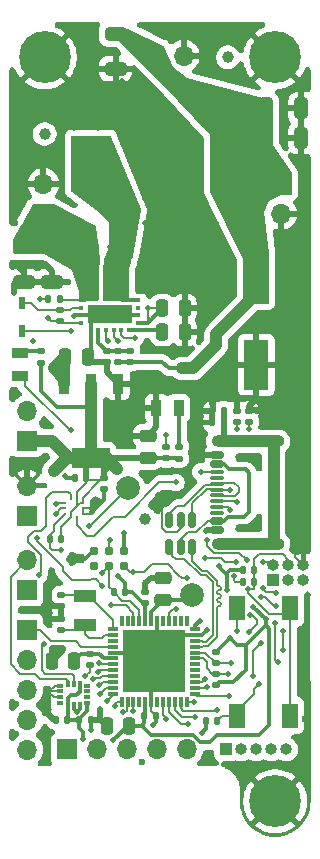
<source format=gbr>
%TF.GenerationSoftware,KiCad,Pcbnew,9.0.0*%
%TF.CreationDate,2025-11-26T22:34:46-05:00*%
%TF.ProjectId,pytheasFC_0.1.0,70797468-6561-4734-9643-5f302e312e30,0.1.0*%
%TF.SameCoordinates,PXbcd3d80PY660b0c0*%
%TF.FileFunction,Copper,L1,Top*%
%TF.FilePolarity,Positive*%
%FSLAX46Y46*%
G04 Gerber Fmt 4.6, Leading zero omitted, Abs format (unit mm)*
G04 Created by KiCad (PCBNEW 9.0.0) date 2025-11-26 22:34:46*
%MOMM*%
%LPD*%
G01*
G04 APERTURE LIST*
G04 Aperture macros list*
%AMRoundRect*
0 Rectangle with rounded corners*
0 $1 Rounding radius*
0 $2 $3 $4 $5 $6 $7 $8 $9 X,Y pos of 4 corners*
0 Add a 4 corners polygon primitive as box body*
4,1,4,$2,$3,$4,$5,$6,$7,$8,$9,$2,$3,0*
0 Add four circle primitives for the rounded corners*
1,1,$1+$1,$2,$3*
1,1,$1+$1,$4,$5*
1,1,$1+$1,$6,$7*
1,1,$1+$1,$8,$9*
0 Add four rect primitives between the rounded corners*
20,1,$1+$1,$2,$3,$4,$5,0*
20,1,$1+$1,$4,$5,$6,$7,0*
20,1,$1+$1,$6,$7,$8,$9,0*
20,1,$1+$1,$8,$9,$2,$3,0*%
G04 Aperture macros list end*
%TA.AperFunction,SMDPad,CuDef*%
%ADD10R,0.600000X0.300000*%
%TD*%
%TA.AperFunction,SMDPad,CuDef*%
%ADD11R,0.300000X0.600000*%
%TD*%
%TA.AperFunction,ComponentPad*%
%ADD12R,1.000000X1.000000*%
%TD*%
%TA.AperFunction,ComponentPad*%
%ADD13O,1.000000X1.000000*%
%TD*%
%TA.AperFunction,SMDPad,CuDef*%
%ADD14RoundRect,0.140000X0.140000X0.170000X-0.140000X0.170000X-0.140000X-0.170000X0.140000X-0.170000X0*%
%TD*%
%TA.AperFunction,SMDPad,CuDef*%
%ADD15RoundRect,0.250000X-0.325000X-0.650000X0.325000X-0.650000X0.325000X0.650000X-0.325000X0.650000X0*%
%TD*%
%TA.AperFunction,SMDPad,CuDef*%
%ADD16RoundRect,0.140000X-0.140000X-0.170000X0.140000X-0.170000X0.140000X0.170000X-0.140000X0.170000X0*%
%TD*%
%TA.AperFunction,SMDPad,CuDef*%
%ADD17R,0.950000X1.750000*%
%TD*%
%TA.AperFunction,SMDPad,CuDef*%
%ADD18R,3.200000X1.750000*%
%TD*%
%TA.AperFunction,SMDPad,CuDef*%
%ADD19RoundRect,0.140000X-0.170000X0.140000X-0.170000X-0.140000X0.170000X-0.140000X0.170000X0.140000X0*%
%TD*%
%TA.AperFunction,SMDPad,CuDef*%
%ADD20C,1.000000*%
%TD*%
%TA.AperFunction,ComponentPad*%
%ADD21C,0.700000*%
%TD*%
%TA.AperFunction,ComponentPad*%
%ADD22C,4.400000*%
%TD*%
%TA.AperFunction,SMDPad,CuDef*%
%ADD23RoundRect,0.140000X0.170000X-0.140000X0.170000X0.140000X-0.170000X0.140000X-0.170000X-0.140000X0*%
%TD*%
%TA.AperFunction,SMDPad,CuDef*%
%ADD24R,0.400000X0.300000*%
%TD*%
%TA.AperFunction,SMDPad,CuDef*%
%ADD25R,0.300000X0.400000*%
%TD*%
%TA.AperFunction,SMDPad,CuDef*%
%ADD26R,2.200000X2.830000*%
%TD*%
%TA.AperFunction,SMDPad,CuDef*%
%ADD27R,0.900000X2.830000*%
%TD*%
%TA.AperFunction,SMDPad,CuDef*%
%ADD28R,3.700000X1.600000*%
%TD*%
%TA.AperFunction,SMDPad,CuDef*%
%ADD29R,1.400000X2.100000*%
%TD*%
%TA.AperFunction,SMDPad,CuDef*%
%ADD30R,0.250000X0.275000*%
%TD*%
%TA.AperFunction,SMDPad,CuDef*%
%ADD31R,0.275000X0.250000*%
%TD*%
%TA.AperFunction,SMDPad,CuDef*%
%ADD32RoundRect,0.250000X0.250000X0.475000X-0.250000X0.475000X-0.250000X-0.475000X0.250000X-0.475000X0*%
%TD*%
%TA.AperFunction,SMDPad,CuDef*%
%ADD33R,0.850000X0.300000*%
%TD*%
%TA.AperFunction,SMDPad,CuDef*%
%ADD34R,0.300000X0.850000*%
%TD*%
%TA.AperFunction,SMDPad,CuDef*%
%ADD35R,5.250000X5.250000*%
%TD*%
%TA.AperFunction,SMDPad,CuDef*%
%ADD36R,1.400000X0.900000*%
%TD*%
%TA.AperFunction,ComponentPad*%
%ADD37R,1.700000X1.700000*%
%TD*%
%TA.AperFunction,ComponentPad*%
%ADD38O,1.700000X1.700000*%
%TD*%
%TA.AperFunction,SMDPad,CuDef*%
%ADD39RoundRect,0.150000X0.425000X-0.150000X0.425000X0.150000X-0.425000X0.150000X-0.425000X-0.150000X0*%
%TD*%
%TA.AperFunction,SMDPad,CuDef*%
%ADD40RoundRect,0.075000X0.500000X-0.075000X0.500000X0.075000X-0.500000X0.075000X-0.500000X-0.075000X0*%
%TD*%
%TA.AperFunction,HeatsinkPad*%
%ADD41O,2.100000X1.000000*%
%TD*%
%TA.AperFunction,HeatsinkPad*%
%ADD42O,1.800000X1.000000*%
%TD*%
%TA.AperFunction,SMDPad,CuDef*%
%ADD43RoundRect,0.250000X-0.650000X0.325000X-0.650000X-0.325000X0.650000X-0.325000X0.650000X0.325000X0*%
%TD*%
%TA.AperFunction,SMDPad,CuDef*%
%ADD44RoundRect,0.250000X-0.250000X-0.475000X0.250000X-0.475000X0.250000X0.475000X-0.250000X0.475000X0*%
%TD*%
%TA.AperFunction,SMDPad,CuDef*%
%ADD45C,2.000000*%
%TD*%
%TA.AperFunction,SMDPad,CuDef*%
%ADD46R,0.900000X1.400000*%
%TD*%
%TA.AperFunction,SMDPad,CuDef*%
%ADD47R,2.100000X4.250000*%
%TD*%
%TA.AperFunction,ConnectorPad*%
%ADD48C,0.787400*%
%TD*%
%TA.AperFunction,SMDPad,CuDef*%
%ADD49RoundRect,0.135000X0.185000X-0.135000X0.185000X0.135000X-0.185000X0.135000X-0.185000X-0.135000X0*%
%TD*%
%TA.AperFunction,SMDPad,CuDef*%
%ADD50RoundRect,0.250000X0.475000X-0.250000X0.475000X0.250000X-0.475000X0.250000X-0.475000X-0.250000X0*%
%TD*%
%TA.AperFunction,SMDPad,CuDef*%
%ADD51R,3.350000X4.750000*%
%TD*%
%TA.AperFunction,SMDPad,CuDef*%
%ADD52RoundRect,0.150000X-0.150000X0.512500X-0.150000X-0.512500X0.150000X-0.512500X0.150000X0.512500X0*%
%TD*%
%TA.AperFunction,SMDPad,CuDef*%
%ADD53R,1.900000X1.100000*%
%TD*%
%TA.AperFunction,SMDPad,CuDef*%
%ADD54R,0.500000X1.125000*%
%TD*%
%TA.AperFunction,ViaPad*%
%ADD55C,0.500000*%
%TD*%
%TA.AperFunction,ViaPad*%
%ADD56C,0.600000*%
%TD*%
%TA.AperFunction,ViaPad*%
%ADD57C,0.900000*%
%TD*%
%TA.AperFunction,Conductor*%
%ADD58C,0.500000*%
%TD*%
%TA.AperFunction,Conductor*%
%ADD59C,0.200000*%
%TD*%
%TA.AperFunction,Conductor*%
%ADD60C,0.300000*%
%TD*%
%TA.AperFunction,Conductor*%
%ADD61C,0.150000*%
%TD*%
%TA.AperFunction,Conductor*%
%ADD62C,1.000000*%
%TD*%
%TA.AperFunction,Conductor*%
%ADD63C,0.127500*%
%TD*%
G04 APERTURE END LIST*
D10*
%TO.P,AC2,1,SDO/SA0*%
%TO.N,GND*%
X4800000Y13800000D03*
%TO.P,AC2,2,SDX*%
X4800000Y13300000D03*
%TO.P,AC2,3,SCX*%
X4800000Y12800000D03*
%TO.P,AC2,4,INT1*%
%TO.N,unconnected-(AC2-INT1-Pad4)*%
X4800000Y12300000D03*
D11*
%TO.P,AC2,5,VDDIO*%
%TO.N,+3V3*%
X5450000Y12150000D03*
%TO.P,AC2,6,GND_1*%
%TO.N,GND*%
X5950000Y12150000D03*
%TO.P,AC2,7,GND_2*%
X6450000Y12150000D03*
D10*
%TO.P,AC2,8,VDD*%
%TO.N,+3V3*%
X7100000Y12300000D03*
%TO.P,AC2,9,INT2*%
%TO.N,unconnected-(AC2-INT2-Pad9)*%
X7100000Y12800000D03*
%TO.P,AC2,10,OCS_AUX*%
%TO.N,unconnected-(AC2-OCS_AUX-Pad10)*%
X7100000Y13300000D03*
%TO.P,AC2,11,SDO_AUX*%
%TO.N,unconnected-(AC2-SDO_AUX-Pad11)*%
X7100000Y13800000D03*
D11*
%TO.P,AC2,12,CS*%
%TO.N,+3V3*%
X6450000Y13950000D03*
%TO.P,AC2,13,SCL*%
%TO.N,/I2C_SCL*%
X5950000Y13950000D03*
%TO.P,AC2,14,SDA*%
%TO.N,/I2C_SDA*%
X5450000Y13950000D03*
%TD*%
D12*
%TO.P,J4,1,Pin_1*%
%TO.N,/SWCLK*%
X22860000Y22730000D03*
D13*
%TO.P,J4,2,Pin_2*%
%TO.N,/SWDIO*%
X22860000Y24000000D03*
%TO.P,J4,3,Pin_3*%
%TO.N,unconnected-(J4-Pin_3-Pad3)*%
X24130000Y22730000D03*
%TO.P,J4,4,Pin_4*%
%TO.N,/~{RESET}*%
X24130000Y24000000D03*
%TO.P,J4,5,Pin_5*%
%TO.N,+3V3*%
X25400000Y22730000D03*
%TO.P,J4,6,Pin_6*%
%TO.N,GND*%
X25400000Y24000000D03*
%TD*%
D14*
%TO.P,R11,1*%
%TO.N,+BATT*%
X4755000Y46550000D03*
%TO.P,R11,2*%
%TO.N,/EN*%
X3795000Y46550000D03*
%TD*%
D15*
%TO.P,C17,1*%
%TO.N,+5V*%
X22253324Y62674359D03*
%TO.P,C17,2*%
%TO.N,GND*%
X25203324Y62674359D03*
%TD*%
D16*
%TO.P,C78,1*%
%TO.N,+3V3*%
X6431249Y10906798D03*
%TO.P,C78,2*%
%TO.N,GND*%
X7391249Y10906798D03*
%TD*%
D17*
%TO.P,IC4,1,GND*%
%TO.N,GND*%
X9700000Y39350000D03*
%TO.P,IC4,2,OUTPUT_1*%
%TO.N,+3V3*%
X7400000Y39350000D03*
%TO.P,IC4,3,INPUT*%
%TO.N,+5V*%
X5100000Y39350000D03*
D18*
%TO.P,IC4,4,OUTPUT_2*%
%TO.N,+3V3*%
X7400000Y33050000D03*
%TD*%
D14*
%TO.P,C77,1*%
%TO.N,+3V3*%
X5391249Y10906798D03*
%TO.P,C77,2*%
%TO.N,GND*%
X4431249Y10906798D03*
%TD*%
D19*
%TO.P,R6,1*%
%TO.N,+3V3*%
X18000000Y16660000D03*
%TO.P,R6,2*%
%TO.N,/I2C_SCL*%
X18000000Y15700000D03*
%TD*%
D20*
%TO.P,FID2,*%
%TO.N,*%
X3500000Y60500000D03*
%TD*%
D21*
%TO.P,H1,1,1*%
%TO.N,GND*%
X21350000Y4000000D03*
X21833274Y5166726D03*
X21833274Y2833274D03*
X23000000Y5650000D03*
D22*
X23000000Y4000000D03*
D21*
X23000000Y2350000D03*
X24166726Y5166726D03*
X24166726Y2833274D03*
X24650000Y4000000D03*
%TD*%
D20*
%TO.P,FID1,*%
%TO.N,*%
X19000000Y67000000D03*
%TD*%
D23*
%TO.P,R4,1*%
%TO.N,/USB_CC2*%
X19800000Y36120000D03*
%TO.P,R4,2*%
%TO.N,GND*%
X19800000Y37080000D03*
%TD*%
D24*
%TO.P,IC3,1,PVDD*%
%TO.N,/PVDD*%
X11400000Y44500000D03*
%TO.P,IC3,2,PGND_1*%
%TO.N,GND*%
X11400000Y45150000D03*
%TO.P,IC3,3,NC*%
%TO.N,unconnected-(IC3-NC-Pad3)*%
X11400000Y45800000D03*
%TO.P,IC3,4,SW_1*%
%TO.N,/SW*%
X11400000Y46450000D03*
%TO.P,IC3,5,PGND_2*%
%TO.N,GND*%
X11400000Y47100000D03*
%TO.P,IC3,6,PGND_3*%
X11400000Y47750000D03*
%TO.P,IC3,7,PGND_4*%
X11400000Y48400000D03*
%TO.P,IC3,8,PGND_5*%
X11400000Y49050000D03*
D25*
%TO.P,IC3,9,SW_2*%
%TO.N,/SW*%
X10625000Y49675000D03*
%TO.P,IC3,10,SW_3*%
X9975000Y49675000D03*
%TO.P,IC3,11,SW_4*%
X9325000Y49675000D03*
%TO.P,IC3,12,SW_5*%
X8675000Y49675000D03*
%TO.P,IC3,13,PVIN_1*%
%TO.N,+BATT*%
X8025000Y49675000D03*
%TO.P,IC3,14,PVIN_2*%
X7375000Y49675000D03*
D24*
%TO.P,IC3,15,PVIN_3*%
X6600000Y49050000D03*
%TO.P,IC3,16,PVIN_4*%
X6600000Y48400000D03*
%TO.P,IC3,17,PVIN_5*%
X6600000Y47750000D03*
%TO.P,IC3,18,PVIN_6*%
X6600000Y47100000D03*
%TO.P,IC3,19,PVIN_7*%
X6600000Y46450000D03*
%TO.P,IC3,20,BST*%
%TO.N,/BST*%
X6600000Y45800000D03*
%TO.P,IC3,21,PGND_6*%
%TO.N,GND*%
X6600000Y45150000D03*
%TO.P,IC3,22,CS*%
%TO.N,/SW*%
X6600000Y44500000D03*
D25*
%TO.P,IC3,23,SGND*%
%TO.N,GND*%
X7375000Y43875000D03*
%TO.P,IC3,24,FB*%
%TO.N,/FB*%
X8025000Y43875000D03*
%TO.P,IC3,25,PG*%
%TO.N,/PG_5V*%
X8675000Y43875000D03*
%TO.P,IC3,26,EN*%
%TO.N,/EN*%
X9325000Y43875000D03*
%TO.P,IC3,27,VIN*%
%TO.N,+BATT*%
X9975000Y43875000D03*
%TO.P,IC3,28,VDD*%
%TO.N,/VDD*%
X10625000Y43875000D03*
D26*
%TO.P,IC3,29,EP_SW*%
%TO.N,/SW*%
X9500000Y47790000D03*
D27*
%TO.P,IC3,30,EP_PVIN*%
%TO.N,+BATT*%
X7600000Y47790000D03*
D28*
%TO.P,IC3,31,EP_PGND*%
%TO.N,GND*%
X9000000Y45225000D03*
%TD*%
D29*
%TO.P,RESET,1,1*%
%TO.N,/~{RESET}*%
X24250000Y20350000D03*
%TO.P,RESET,2,2*%
%TO.N,/RESET_o*%
X19750000Y20350000D03*
%TO.P,RESET,3,3*%
%TO.N,/~{RESET}*%
X24250000Y11250000D03*
%TO.P,RESET,4,4*%
%TO.N,/RESET_o*%
X19750000Y11250000D03*
%TD*%
D30*
%TO.P,IC1,1,VDDIO*%
%TO.N,+3V3*%
X6188000Y29563000D03*
%TO.P,IC1,2,SCK/SCL*%
%TO.N,/I2C_SCL*%
X5688000Y29563000D03*
D31*
%TO.P,IC1,3,VSS_1*%
%TO.N,GND*%
X5176000Y29300000D03*
%TO.P,IC1,4,SDI/SDA*%
%TO.N,/I2C_SDA*%
X5176000Y28800000D03*
%TO.P,IC1,5,SDO*%
%TO.N,/SDO*%
X5176000Y28300000D03*
D30*
%TO.P,IC1,6,CSB*%
%TO.N,+3V3*%
X5688000Y28037000D03*
%TO.P,IC1,7,INT*%
%TO.N,/BMP_INT*%
X6188000Y28037000D03*
D31*
%TO.P,IC1,8,VSS_2*%
%TO.N,GND*%
X6700000Y28300000D03*
%TO.P,IC1,9,VSS_3*%
X6700000Y28800000D03*
%TO.P,IC1,10,VDD*%
%TO.N,+3V3*%
X6700000Y29300000D03*
%TD*%
D14*
%TO.P,C7,1*%
%TO.N,/~{RESET}*%
X21200000Y22600000D03*
%TO.P,C7,2*%
%TO.N,GND*%
X20240000Y22600000D03*
%TD*%
D21*
%TO.P,H2,1,1*%
%TO.N,GND*%
X21350000Y67000000D03*
X21833274Y68166726D03*
X21833274Y65833274D03*
X23000000Y68650000D03*
D22*
X23000000Y67000000D03*
D21*
X23000000Y65350000D03*
X24166726Y68166726D03*
X24166726Y65833274D03*
X24650000Y67000000D03*
%TD*%
D32*
%TO.P,C2,1*%
%TO.N,/VDDANA*%
X6000000Y15900000D03*
%TO.P,C2,2*%
%TO.N,GND*%
X4100000Y15900000D03*
%TD*%
D14*
%TO.P,R2,1*%
%TO.N,/RESET_o*%
X18080000Y10800000D03*
%TO.P,R2,2*%
%TO.N,GND*%
X17120000Y10800000D03*
%TD*%
D33*
%TO.P,IC2,1,PA00*%
%TO.N,/XIN32*%
X9300000Y18600000D03*
%TO.P,IC2,2,PA01*%
%TO.N,/XOUT32*%
X9300000Y18100000D03*
%TO.P,IC2,3,PA02*%
%TO.N,unconnected-(IC2-PA02-Pad3)*%
X9300000Y17600000D03*
%TO.P,IC2,4,PA03*%
%TO.N,/GPIO0*%
X9300000Y17100000D03*
%TO.P,IC2,5,GNDANA*%
%TO.N,GND*%
X9300000Y16600000D03*
%TO.P,IC2,6,VDDANA*%
%TO.N,/VDDANA*%
X9300000Y16100000D03*
%TO.P,IC2,7,PB08*%
%TO.N,/GPIO1*%
X9300000Y15600000D03*
%TO.P,IC2,8,PB09*%
%TO.N,/GPIO2*%
X9300000Y15100000D03*
%TO.P,IC2,9,PA04*%
%TO.N,/GPIO3*%
X9300000Y14600000D03*
%TO.P,IC2,10,PA05*%
%TO.N,/GPIO4*%
X9300000Y14100000D03*
%TO.P,IC2,11,PA06*%
%TO.N,/GPIO5*%
X9300000Y13600000D03*
%TO.P,IC2,12,PA07*%
%TO.N,/GPIO6*%
X9300000Y13100000D03*
D34*
%TO.P,IC2,13,PA08*%
%TO.N,/GPIO7*%
X10000000Y12400000D03*
%TO.P,IC2,14,PA09*%
%TO.N,/GPIO8*%
X10500000Y12400000D03*
%TO.P,IC2,15,PA10*%
%TO.N,/GPIO9*%
X11000000Y12400000D03*
%TO.P,IC2,16,PA11*%
%TO.N,unconnected-(IC2-PA11-Pad16)*%
X11500000Y12400000D03*
%TO.P,IC2,17,VDDIO_1*%
%TO.N,+3V3*%
X12000000Y12400000D03*
%TO.P,IC2,18,GND_1*%
%TO.N,GND*%
X12500000Y12400000D03*
%TO.P,IC2,19,PB10*%
%TO.N,unconnected-(IC2-PB10-Pad19)*%
X13000000Y12400000D03*
%TO.P,IC2,20,PB11*%
%TO.N,/xGPIO10*%
X13500000Y12400000D03*
%TO.P,IC2,21,PA12*%
%TO.N,/xGPIO11*%
X14000000Y12400000D03*
%TO.P,IC2,22,PA13*%
%TO.N,/xGPIO12*%
X14500000Y12400000D03*
%TO.P,IC2,23,PA14*%
%TO.N,/xGPIO13*%
X15000000Y12400000D03*
%TO.P,IC2,24,PA15*%
%TO.N,/xGPIO14*%
X15500000Y12400000D03*
D33*
%TO.P,IC2,25,PA16*%
%TO.N,/BMP_INT*%
X16200000Y13100000D03*
%TO.P,IC2,26,PA17*%
%TO.N,/PG_5V*%
X16200000Y13600000D03*
%TO.P,IC2,27,PA18*%
%TO.N,/~{MCU_LED_STAT}*%
X16200000Y14100000D03*
%TO.P,IC2,28,PA19*%
%TO.N,unconnected-(IC2-PA19-Pad28)*%
X16200000Y14600000D03*
%TO.P,IC2,29,PA20*%
%TO.N,unconnected-(IC2-PA20-Pad29)*%
X16200000Y15100000D03*
%TO.P,IC2,30,PA21*%
%TO.N,unconnected-(IC2-PA21-Pad30)*%
X16200000Y15600000D03*
%TO.P,IC2,31,PA22*%
%TO.N,/I2C_SDA*%
X16200000Y16100000D03*
%TO.P,IC2,32,PA23*%
%TO.N,/I2C_SCL*%
X16200000Y16600000D03*
%TO.P,IC2,33,USB_DM/PA24*%
%TO.N,/USB_D-*%
X16200000Y17100000D03*
%TO.P,IC2,34,USB_DP/PA25*%
%TO.N,/USB_D+*%
X16200000Y17600000D03*
%TO.P,IC2,35,GND_2*%
%TO.N,GND*%
X16200000Y18100000D03*
%TO.P,IC2,36,VDDIO_2*%
%TO.N,+3V3*%
X16200000Y18600000D03*
D34*
%TO.P,IC2,37,PB22*%
%TO.N,unconnected-(IC2-PB22-Pad37)*%
X15500000Y19300000D03*
%TO.P,IC2,38,PB23*%
%TO.N,unconnected-(IC2-PB23-Pad38)*%
X15000000Y19300000D03*
%TO.P,IC2,39,PA27*%
%TO.N,unconnected-(IC2-PA27-Pad39)*%
X14500000Y19300000D03*
%TO.P,IC2,40,~{RESET}*%
%TO.N,/~{RESET}*%
X14000000Y19300000D03*
%TO.P,IC2,41,PA28*%
%TO.N,unconnected-(IC2-PA28-Pad41)*%
X13500000Y19300000D03*
%TO.P,IC2,42,GND_3*%
%TO.N,GND*%
X13000000Y19300000D03*
%TO.P,IC2,43,VDDCORE*%
%TO.N,/VDDCORE*%
X12500000Y19300000D03*
%TO.P,IC2,44,VDDIN*%
%TO.N,+3V3*%
X12000000Y19300000D03*
%TO.P,IC2,45,PA30*%
%TO.N,/SWCLK*%
X11500000Y19300000D03*
%TO.P,IC2,46,PA31*%
%TO.N,/SWDIO*%
X11000000Y19300000D03*
%TO.P,IC2,47,PB02*%
%TO.N,unconnected-(IC2-PB02-Pad47)*%
X10500000Y19300000D03*
%TO.P,IC2,48,PB03*%
%TO.N,unconnected-(IC2-PB03-Pad48)*%
X10000000Y19300000D03*
D35*
%TO.P,IC2,49,GND_4*%
%TO.N,GND*%
X12750000Y15850000D03*
%TD*%
D36*
%TO.P,MCU_LED,1,K*%
%TO.N,/~{MCU_LED_STAT}*%
X1400000Y40050000D03*
%TO.P,MCU_LED,2,A*%
%TO.N,/MCULED_o*%
X1400000Y41950000D03*
%TD*%
D37*
%TO.P,J14,1,Pin_1*%
%TO.N,+5V*%
X23500000Y56275000D03*
D38*
%TO.P,J14,2,Pin_2*%
%TO.N,GND*%
X23500000Y53735000D03*
%TD*%
D39*
%TO.P,USB,A1,GND*%
%TO.N,GND*%
X18110000Y26950000D03*
%TO.P,USB,A4,VBUS*%
%TO.N,V_{USB}*%
X18110000Y27750000D03*
D40*
%TO.P,USB,A5,CC1*%
%TO.N,/USB_CC1*%
X18110000Y28900000D03*
%TO.P,USB,A6,D+*%
%TO.N,/USB_o_D+*%
X18110000Y29900000D03*
%TO.P,USB,A7,D-*%
%TO.N,/USB_o_D-*%
X18110000Y30400000D03*
%TO.P,USB,A8*%
%TO.N,N/C*%
X18110000Y31400000D03*
D39*
%TO.P,USB,A9,VBUS*%
%TO.N,V_{USB}*%
X18110000Y32550000D03*
%TO.P,USB,A12,GND*%
%TO.N,GND*%
X18110000Y33350000D03*
%TO.P,USB,B1,GND*%
X18110000Y33350000D03*
%TO.P,USB,B4,VBUS*%
%TO.N,V_{USB}*%
X18110000Y32550000D03*
D40*
%TO.P,USB,B5,CC2*%
%TO.N,/USB_CC2*%
X18110000Y31900000D03*
%TO.P,USB,B6,D+*%
%TO.N,/USB_o_D+*%
X18110000Y30900000D03*
%TO.P,USB,B7,D-*%
%TO.N,/USB_o_D-*%
X18110000Y29400000D03*
%TO.P,USB,B8*%
%TO.N,N/C*%
X18110000Y28400000D03*
D39*
%TO.P,USB,B9,VBUS*%
%TO.N,V_{USB}*%
X18110000Y27750000D03*
%TO.P,USB,B12,GND*%
%TO.N,GND*%
X18110000Y26950000D03*
D41*
%TO.P,USB,S1,SHIELD*%
%TO.N,/USB_SHIELD*%
X18685000Y25830000D03*
D42*
X22865000Y25830000D03*
D41*
X18685000Y34470000D03*
D42*
X22865000Y34470000D03*
%TD*%
D43*
%TO.P,C20,1*%
%TO.N,+BATT*%
X4100000Y50925000D03*
%TO.P,C20,2*%
%TO.N,GND*%
X4100000Y47975000D03*
%TD*%
D37*
%TO.P,J10,1,Pin_1*%
%TO.N,/I2C_SCL*%
X2000000Y21860000D03*
D38*
%TO.P,J10,2,Pin_2*%
%TO.N,/I2C_SDA*%
X2000000Y24400000D03*
%TD*%
D44*
%TO.P,C15,1*%
%TO.N,/VDD*%
X13450000Y43750000D03*
%TO.P,C15,2*%
%TO.N,GND*%
X15350000Y43750000D03*
%TD*%
D19*
%TO.P,C1,1*%
%TO.N,/VDDANA*%
X7300000Y16480000D03*
%TO.P,C1,2*%
%TO.N,GND*%
X7300000Y15520000D03*
%TD*%
D14*
%TO.P,R8,1*%
%TO.N,/USB_SHIELD*%
X18650000Y37075000D03*
%TO.P,R8,2*%
%TO.N,GND*%
X17690000Y37075000D03*
%TD*%
D37*
%TO.P,J15,1,Pin_1*%
%TO.N,+BATT*%
X3375000Y53725000D03*
D38*
%TO.P,J15,2,Pin_2*%
%TO.N,GND*%
X3375000Y56265000D03*
%TD*%
D14*
%TO.P,C12,1*%
%TO.N,+3V3*%
X6980000Y31400000D03*
%TO.P,C12,2*%
%TO.N,GND*%
X6020000Y31400000D03*
%TD*%
D23*
%TO.P,C3,1*%
%TO.N,+3V3*%
X12000000Y20770000D03*
%TO.P,C3,2*%
%TO.N,GND*%
X12000000Y21730000D03*
%TD*%
D43*
%TO.P,C23,1*%
%TO.N,+5V*%
X9500000Y68975000D03*
%TO.P,C23,2*%
%TO.N,GND*%
X9500000Y66025000D03*
%TD*%
D45*
%TO.P,VDDCORE,1,1*%
%TO.N,/VDDCORE*%
X16000000Y21500000D03*
%TD*%
D14*
%TO.P,C10,1*%
%TO.N,/USB_SHIELD*%
X18650000Y36075000D03*
%TO.P,C10,2*%
%TO.N,GND*%
X17690000Y36075000D03*
%TD*%
D44*
%TO.P,C22,1*%
%TO.N,+5V*%
X5250000Y41600000D03*
%TO.P,C22,2*%
%TO.N,GND*%
X7150000Y41600000D03*
%TD*%
D23*
%TO.P,R7,1*%
%TO.N,+3V3*%
X18000000Y13820000D03*
%TO.P,R7,2*%
%TO.N,/I2C_SDA*%
X18000000Y14780000D03*
%TD*%
D46*
%TO.P,PWR_LED,1,K*%
%TO.N,GND*%
X12950000Y37300000D03*
%TO.P,PWR_LED,2,A*%
%TO.N,/PWRLED_o*%
X14850000Y37300000D03*
%TD*%
D19*
%TO.P,C16,1*%
%TO.N,/BST*%
X4775000Y45600000D03*
%TO.P,C16,2*%
%TO.N,/SW*%
X4775000Y44640000D03*
%TD*%
D37*
%TO.P,J13,1,Pin_1*%
%TO.N,+5V*%
X12725000Y67125000D03*
D38*
%TO.P,J13,2,Pin_2*%
%TO.N,GND*%
X15265000Y67125000D03*
%TD*%
D37*
%TO.P,J9,1,Pin_1*%
%TO.N,+3V3*%
X2000000Y34525000D03*
D38*
%TO.P,J9,2,Pin_2*%
%TO.N,GND*%
X2000000Y37065000D03*
%TD*%
D47*
%TO.P,C24,1,+*%
%TO.N,+5V*%
X21400000Y48250000D03*
%TO.P,C24,2,-*%
%TO.N,GND*%
X21400000Y40950000D03*
%TD*%
D37*
%TO.P,J8,1,Pin_1*%
%TO.N,+3V3*%
X2000000Y28200000D03*
D38*
%TO.P,J8,2,Pin_2*%
%TO.N,GND*%
X2000000Y30740000D03*
%TD*%
D48*
%TO.P,SWD,1,VCC*%
%TO.N,+3V3*%
X10200000Y25200000D03*
%TO.P,SWD,2,SWDIO*%
%TO.N,/SWDIO*%
X10200000Y23930000D03*
%TO.P,SWD,3,~{RESET}*%
%TO.N,/~{RESET}*%
X8930000Y25200000D03*
%TO.P,SWD,4,SWCLK*%
%TO.N,/SWCLK*%
X8930000Y23930000D03*
%TO.P,SWD,5,GND*%
%TO.N,GND*%
X7660000Y25200000D03*
%TO.P,SWD,6,SWO*%
%TO.N,unconnected-(J3-SWO-Pad6)*%
X7660000Y23930000D03*
%TD*%
D23*
%TO.P,C9,1*%
%TO.N,/XOUT32*%
X4900000Y18520000D03*
%TO.P,C9,2*%
%TO.N,GND*%
X4900000Y19480000D03*
%TD*%
D12*
%TO.P,J7,1,Pin_1*%
%TO.N,/xGPIO10*%
X18860000Y8400000D03*
D13*
%TO.P,J7,2,Pin_2*%
%TO.N,/xGPIO11*%
X20130000Y8400000D03*
%TO.P,J7,3,Pin_3*%
%TO.N,/xGPIO12*%
X21400000Y8400000D03*
%TO.P,J7,4,Pin_4*%
%TO.N,/xGPIO13*%
X22670000Y8400000D03*
%TO.P,J7,5,Pin_5*%
%TO.N,/xGPIO14*%
X23940000Y8400000D03*
%TD*%
D49*
%TO.P,R37,1*%
%TO.N,+3V3*%
X14850000Y33005000D03*
%TO.P,R37,2*%
%TO.N,/PWRLED_o*%
X14850000Y34025000D03*
%TD*%
D14*
%TO.P,R3,1*%
%TO.N,+3V3*%
X10280000Y21700000D03*
%TO.P,R3,2*%
%TO.N,/SWCLK*%
X9320000Y21700000D03*
%TD*%
D19*
%TO.P,C11,1*%
%TO.N,+3V3*%
X8500000Y31380000D03*
%TO.P,C11,2*%
%TO.N,GND*%
X8500000Y30420000D03*
%TD*%
D21*
%TO.P,H3,1,1*%
%TO.N,GND*%
X1850000Y67000000D03*
X2333274Y68166726D03*
X2333274Y65833274D03*
X3500000Y68650000D03*
D22*
X3500000Y67000000D03*
D21*
X3500000Y65350000D03*
X4666726Y68166726D03*
X4666726Y65833274D03*
X5150000Y67000000D03*
%TD*%
D23*
%TO.P,C18,1*%
%TO.N,+5V*%
X10725000Y41190000D03*
%TO.P,C18,2*%
%TO.N,/FB*%
X10725000Y42150000D03*
%TD*%
D50*
%TO.P,C4,1*%
%TO.N,/VDDCORE*%
X13500000Y21050000D03*
%TO.P,C4,2*%
%TO.N,GND*%
X13500000Y22950000D03*
%TD*%
D19*
%TO.P,R13,1*%
%TO.N,/PG_5V*%
X13800000Y34000000D03*
%TO.P,R13,2*%
%TO.N,+3V3*%
X13800000Y33040000D03*
%TD*%
%TO.P,R12,1*%
%TO.N,/FB*%
X8725000Y42130000D03*
%TO.P,R12,2*%
%TO.N,GND*%
X8725000Y41170000D03*
%TD*%
D16*
%TO.P,R1,1*%
%TO.N,+3V3*%
X20240000Y23600000D03*
%TO.P,R1,2*%
%TO.N,/~{RESET}*%
X21200000Y23600000D03*
%TD*%
D51*
%TO.P,L1,1,1*%
%TO.N,/SW*%
X7400000Y58000000D03*
%TO.P,L1,2,2*%
%TO.N,+5V*%
X19200000Y58000000D03*
%TD*%
D52*
%TO.P,U2,1,I/O1*%
%TO.N,/USB_o_D-*%
X15950000Y27800000D03*
%TO.P,U2,2,GND*%
%TO.N,GND*%
X15000000Y27800000D03*
%TO.P,U2,3,I/O2*%
%TO.N,/USB_o_D+*%
X14050000Y27800000D03*
%TO.P,U2,4,I/O2*%
%TO.N,/USB_D+*%
X14050000Y25525000D03*
%TO.P,U2,5,VBUS*%
%TO.N,V_{USB}*%
X15000000Y25525000D03*
%TO.P,U2,6,I/O1*%
%TO.N,/USB_D-*%
X15950000Y25525000D03*
%TD*%
D23*
%TO.P,C8,1*%
%TO.N,GND*%
X4900000Y20520000D03*
%TO.P,C8,2*%
%TO.N,/XIN32*%
X4900000Y21480000D03*
%TD*%
D43*
%TO.P,C19,1*%
%TO.N,+BATT*%
X1700000Y50925000D03*
%TO.P,C19,2*%
%TO.N,GND*%
X1700000Y47975000D03*
%TD*%
D23*
%TO.P,R5,1*%
%TO.N,/USB_CC1*%
X20800000Y36120000D03*
%TO.P,R5,2*%
%TO.N,GND*%
X20800000Y37080000D03*
%TD*%
D44*
%TO.P,C14,1*%
%TO.N,/PVDD*%
X13450000Y45750000D03*
%TO.P,C14,2*%
%TO.N,GND*%
X15350000Y45750000D03*
%TD*%
D53*
%TO.P,Y1,1,1*%
%TO.N,/XOUT32*%
X6900000Y18900000D03*
%TO.P,Y1,2,2*%
%TO.N,/XIN32*%
X6900000Y21400000D03*
%TD*%
D23*
%TO.P,R10,1*%
%TO.N,+5V*%
X9725000Y41190000D03*
%TO.P,R10,2*%
%TO.N,/FB*%
X9725000Y42150000D03*
%TD*%
D16*
%TO.P,C5,1*%
%TO.N,+3V3*%
X11920000Y11250000D03*
%TO.P,C5,2*%
%TO.N,GND*%
X12880000Y11250000D03*
%TD*%
D54*
%TO.P,D1,1,K*%
%TO.N,/BST*%
X1600000Y46162000D03*
%TO.P,D1,2,A*%
%TO.N,/PVDD*%
X1600000Y43838000D03*
%TD*%
D32*
%TO.P,C6,1*%
%TO.N,+3V3*%
X10650000Y10400000D03*
%TO.P,C6,2*%
%TO.N,GND*%
X8750000Y10400000D03*
%TD*%
D14*
%TO.P,R9,1*%
%TO.N,+3V3*%
X4900000Y26200000D03*
%TO.P,R9,2*%
%TO.N,/SDO*%
X3940000Y26200000D03*
%TD*%
D49*
%TO.P,R36,1*%
%TO.N,+3V3*%
X3200000Y41090000D03*
%TO.P,R36,2*%
%TO.N,/MCULED_o*%
X3200000Y42110000D03*
%TD*%
D45*
%TO.P,SDO,1,1*%
%TO.N,/SDO*%
X10500000Y30500000D03*
%TD*%
D50*
%TO.P,C21,1*%
%TO.N,+3V3*%
X12200000Y33050000D03*
%TO.P,C21,2*%
%TO.N,GND*%
X12200000Y34950000D03*
%TD*%
D20*
%TO.P,FID3,*%
%TO.N,*%
X12000000Y27900000D03*
%TD*%
D15*
%TO.P,C13,1*%
%TO.N,+5V*%
X22253324Y60174359D03*
%TO.P,C13,2*%
%TO.N,GND*%
X25203324Y60174359D03*
%TD*%
D37*
%TO.P,J6,1,Pin_1*%
%TO.N,/GPIO5*%
X5380000Y8400000D03*
D38*
%TO.P,J6,2,Pin_2*%
%TO.N,/GPIO6*%
X7920000Y8400000D03*
%TO.P,J6,3,Pin_3*%
%TO.N,/GPIO7*%
X10460000Y8400000D03*
%TO.P,J6,4,Pin_4*%
%TO.N,/GPIO8*%
X13000000Y8400000D03*
%TO.P,J6,5,Pin_5*%
%TO.N,/GPIO9*%
X15540000Y8400000D03*
%TD*%
D37*
%TO.P,J5,1,Pin_1*%
%TO.N,/GPIO0*%
X2000000Y18540000D03*
D38*
%TO.P,J5,2,Pin_2*%
%TO.N,/GPIO1*%
X2000000Y16000000D03*
%TO.P,J5,3,Pin_3*%
%TO.N,/GPIO2*%
X2000000Y13460000D03*
%TO.P,J5,4,Pin_4*%
%TO.N,/GPIO3*%
X2000000Y10920000D03*
%TO.P,J5,5,Pin_5*%
%TO.N,/GPIO4*%
X2000000Y8380000D03*
%TD*%
D55*
%TO.N,GND*%
X23500000Y37000000D03*
X3500000Y36000000D03*
D56*
X25500000Y54000000D03*
D55*
X19794400Y38053165D03*
X15905161Y60923327D03*
X12000000Y59000000D03*
D56*
X19000000Y7000000D03*
X25500000Y40000000D03*
X25500000Y46000000D03*
X1000000Y55000000D03*
D55*
X16694966Y45729163D03*
X14000000Y55000000D03*
X14000000Y63000000D03*
D56*
X25500000Y50000000D03*
X3500000Y49500000D03*
X1000000Y63000000D03*
D55*
X18000000Y47000000D03*
X12000000Y22500000D03*
D56*
X25500000Y11000000D03*
D55*
X23500000Y39000000D03*
X5192937Y31507063D03*
X2000000Y32500000D03*
X3445194Y63000001D03*
X6000000Y61000000D03*
D56*
X1000000Y65000000D03*
D55*
X11000000Y37500000D03*
X10500000Y15700000D03*
X18000000Y53000000D03*
D56*
X25500000Y56000000D03*
X21000000Y69500000D03*
D55*
X7500000Y28500000D03*
X21387689Y43762448D03*
X5044774Y17000000D03*
X15000000Y15700000D03*
X14000000Y51000000D03*
X17159233Y26855874D03*
X23500000Y47000000D03*
D56*
X25500000Y13000000D03*
X25500000Y65000000D03*
D55*
X16000000Y59000000D03*
X14000000Y57000000D03*
X10000000Y65000000D03*
X15000000Y17700000D03*
X15348258Y47311071D03*
D56*
X1052562Y12274485D03*
D55*
X10500000Y13600000D03*
D56*
X25500000Y44000000D03*
D55*
X15538336Y31898031D03*
X23500000Y43000000D03*
X12000000Y61000000D03*
X3790207Y13265673D03*
X10000000Y63000000D03*
X17220900Y18519825D03*
D56*
X3663687Y7392632D03*
D55*
X8000000Y61000000D03*
X3462265Y58988328D03*
X14000000Y59000000D03*
D56*
X25500000Y58000000D03*
X17000000Y7500000D03*
D55*
X19500000Y23080000D03*
X12000000Y53000000D03*
X14000000Y53000000D03*
D56*
X1000000Y61000000D03*
D55*
X23500000Y45000000D03*
X13100000Y29900000D03*
X18000000Y51000000D03*
D56*
X13000000Y69500000D03*
D55*
X6916088Y14601000D03*
D56*
X1000000Y49500000D03*
X11687032Y7358490D03*
X15000000Y69500000D03*
X1000000Y57000000D03*
D55*
X16000000Y51000000D03*
D56*
X25500000Y38000000D03*
X25500000Y15000000D03*
X25500000Y34000000D03*
D55*
X21842914Y37097192D03*
X7370000Y10000000D03*
X23045467Y40947639D03*
X3787561Y20947639D03*
X12000000Y65000000D03*
D56*
X25500000Y42000000D03*
X19000000Y69500000D03*
X25500000Y48000000D03*
D55*
X17696571Y38056958D03*
X4584849Y22611198D03*
X16000000Y55000000D03*
X12180649Y42963670D03*
D56*
X25500000Y7000000D03*
D55*
X16000000Y57000000D03*
X12800000Y13600000D03*
D56*
X1000000Y59000000D03*
D55*
X12618116Y10457007D03*
D56*
X25500000Y52000000D03*
X25500000Y26000000D03*
D55*
X20900000Y27300000D03*
X16000000Y53000000D03*
X9000000Y35000000D03*
D56*
X7500000Y69500000D03*
D55*
X1000000Y38500000D03*
X6198094Y11578259D03*
D56*
X5500000Y69500000D03*
D55*
X5800000Y24500000D03*
D56*
X1000000Y53000000D03*
D55*
X4116620Y17000000D03*
X16698868Y36088109D03*
D56*
X25500000Y30000000D03*
D55*
X16695075Y37116159D03*
X16848813Y9752220D03*
X6000000Y45050000D03*
X6000000Y65000000D03*
X16638063Y43748933D03*
D56*
X25500000Y28000000D03*
X25500000Y32000000D03*
D55*
X14000000Y61000000D03*
X19627484Y40977987D03*
D56*
X17000000Y69500000D03*
D55*
X14000000Y49000000D03*
X21600000Y33000000D03*
X899000Y47000000D03*
X11500000Y39000000D03*
D56*
X25500000Y17000000D03*
D55*
X9000000Y37500000D03*
X16801987Y33344465D03*
X23500000Y49000000D03*
X16000000Y49000000D03*
X4418839Y29216233D03*
D56*
X25500000Y9000000D03*
D55*
X8000000Y65000000D03*
X8192349Y11782747D03*
X12000000Y55000000D03*
X12000000Y57000000D03*
X2500000Y43000000D03*
X21425624Y38129036D03*
X15000000Y13600000D03*
X10000000Y61000000D03*
D56*
X1097354Y9719971D03*
D55*
X12000000Y63000000D03*
X23500000Y51000000D03*
D56*
X25500000Y36000000D03*
D55*
X10500000Y35000000D03*
X14500000Y39500000D03*
X18000000Y49000000D03*
X8000000Y63000000D03*
X6000000Y63000000D03*
D56*
X5500000Y48000000D03*
D55*
%TO.N,+3V3*%
X19200000Y17800000D03*
X16600000Y19300000D03*
D57*
X4300000Y32000000D03*
D55*
X10200000Y26700000D03*
X9700000Y23100000D03*
X18900000Y21900000D03*
X9300000Y9200000D03*
X18272183Y23950000D03*
X22200000Y19400000D03*
X6700000Y9300000D03*
D57*
X9600000Y32100000D03*
D55*
X21089990Y20455888D03*
%TO.N,/I2C_SDA*%
X19000000Y14780000D03*
X4449091Y28350909D03*
%TO.N,/I2C_SCL*%
X3000000Y23200000D03*
X3400000Y17300000D03*
X19300000Y15700000D03*
%TO.N,/~{RESET}*%
X9000000Y26100000D03*
X14600000Y20300000D03*
X20727059Y21952309D03*
D57*
%TO.N,+5V*%
X15150000Y40650000D03*
X4250000Y40650000D03*
D55*
%TO.N,/PVDD*%
X5700000Y43800000D03*
X12200000Y45800000D03*
%TO.N,/SW*%
X9000000Y50900000D03*
X3800000Y44900000D03*
D57*
%TO.N,+BATT*%
X5487209Y50178936D03*
X7700000Y51000000D03*
D55*
X7400000Y52300000D03*
X11150000Y43250000D03*
%TO.N,/BMP_INT*%
X21950813Y22029909D03*
X14600000Y31000000D03*
X23050000Y21600000D03*
X23700000Y18400000D03*
X19100000Y12900000D03*
X20600000Y24400000D03*
X23700000Y16800000D03*
X17200000Y26100000D03*
%TO.N,/SDO*%
X7200000Y27300000D03*
X4900000Y25300000D03*
%TO.N,/GPIO5*%
X8200000Y13100000D03*
%TO.N,/PG_5V*%
X19690100Y24258429D03*
X21838909Y21338909D03*
X17100000Y24600000D03*
X8850000Y43000000D03*
X17240150Y13654595D03*
X23038909Y20561091D03*
X23000000Y19100000D03*
X23200000Y15800000D03*
X13800000Y35000000D03*
%TO.N,/xGPIO11*%
X15590822Y10569096D03*
%TO.N,/GPIO9*%
X10999887Y11639019D03*
%TO.N,/GPIO7*%
X9400000Y12100000D03*
%TO.N,/xGPIO12*%
X16238245Y11117970D03*
%TO.N,/~{MCU_LED_STAT}*%
X17065934Y14332571D03*
X21800000Y17400000D03*
X8338909Y22261091D03*
X21100000Y14600000D03*
X2800000Y26300000D03*
X5700000Y35400000D03*
X20899999Y19777818D03*
X20825735Y18374265D03*
%TO.N,/xGPIO13*%
X18100000Y11700000D03*
%TO.N,/xGPIO10*%
X13800000Y11000000D03*
%TO.N,/SWCLK*%
X8350000Y23350000D03*
%TO.N,/GPIO2*%
X7965683Y14984438D03*
%TO.N,/SWDIO*%
X11000000Y23400000D03*
X9100000Y20600000D03*
X15500000Y22900000D03*
X21976645Y24298827D03*
%TO.N,/GPIO8*%
X10121182Y11522370D03*
%TO.N,/GPIO3*%
X7585590Y14396621D03*
%TO.N,/GPIO4*%
X8100000Y13883438D03*
%TO.N,/GPIO6*%
X8800000Y12500000D03*
%TO.N,/xGPIO14*%
X16100000Y12400000D03*
%TO.N,/GPIO1*%
X8075735Y15675735D03*
%TO.N,/USB_CC2*%
X19800000Y35500000D03*
X16700000Y31900000D03*
%TO.N,/USB_o_D-*%
X19200000Y30400000D03*
X19800859Y29371737D03*
%TO.N,/USB_CC1*%
X19200000Y28700000D03*
X20800000Y35500000D03*
%TO.N,/RESET_o*%
X19800000Y18450000D03*
X21600000Y13900000D03*
%TO.N,/EN*%
X3050000Y46550000D03*
X9686091Y42986091D03*
%TD*%
D58*
%TO.N,GND*%
X3787561Y19712439D02*
X3787561Y20947639D01*
X1700000Y48800000D02*
X1700000Y47975000D01*
D59*
X6700000Y28300000D02*
X6700000Y28800000D01*
D60*
X12880000Y10718891D02*
X12880000Y11250000D01*
D58*
X17253359Y26950000D02*
X17159233Y26855874D01*
X4116620Y15916620D02*
X4100000Y15900000D01*
D60*
X12500000Y15600000D02*
X12750000Y15850000D01*
D58*
X4900000Y20520000D02*
X4880000Y20500000D01*
D60*
X16200000Y18100000D02*
X15000000Y18100000D01*
X14000000Y48600000D02*
X14000000Y49000000D01*
X16200000Y18100000D02*
X16801075Y18100000D01*
X7375000Y44925000D02*
X7450000Y45000000D01*
D61*
X5176000Y29300000D02*
X4502606Y29300000D01*
D59*
X7300000Y28300000D02*
X7500000Y28500000D01*
D58*
X10550000Y34950000D02*
X10500000Y35000000D01*
D60*
X1100000Y31640000D02*
X2000000Y30740000D01*
D59*
X3790207Y13265673D02*
X4324534Y13800000D01*
D58*
X8192349Y10957651D02*
X8192349Y11782747D01*
D60*
X5950000Y12150000D02*
X5950000Y11826353D01*
X9075000Y45150000D02*
X9000000Y45225000D01*
X5950000Y11826353D02*
X6198094Y11578259D01*
D58*
X12950000Y35700000D02*
X12950000Y37300000D01*
X4020000Y19480000D02*
X3787561Y19712439D01*
D60*
X6897406Y24500000D02*
X5800000Y24500000D01*
X12618116Y10457007D02*
X12880000Y10718891D01*
X8925000Y45150000D02*
X9000000Y45225000D01*
X2000000Y30740000D02*
X2900000Y31640000D01*
X16801075Y18100000D02*
X17220900Y18519825D01*
D58*
X17696571Y37081571D02*
X17690000Y37075000D01*
X4900000Y19480000D02*
X4020000Y19480000D01*
X4116620Y17000000D02*
X4116620Y15916620D01*
D61*
X4502606Y29300000D02*
X4418839Y29216233D01*
D58*
X4100000Y47975000D02*
X4100000Y48900000D01*
D60*
X7375000Y43875000D02*
X7375000Y44925000D01*
D58*
X8725000Y41170000D02*
X7580000Y41170000D01*
D60*
X5300000Y31400000D02*
X5192937Y31507063D01*
D58*
X21842914Y37097192D02*
X20817192Y37097192D01*
X18104465Y33344465D02*
X18110000Y33350000D01*
D59*
X7200000Y28800000D02*
X7500000Y28500000D01*
D58*
X9700000Y39350000D02*
X8725000Y40325000D01*
X20817192Y37097192D02*
X20800000Y37080000D01*
D59*
X25400000Y24000000D02*
X24691227Y24708773D01*
X3824534Y13300000D02*
X3790207Y13265673D01*
D58*
X11150000Y39350000D02*
X9700000Y39350000D01*
D60*
X11400000Y47100000D02*
X12500000Y47100000D01*
D58*
X8243202Y10906798D02*
X8192349Y10957651D01*
D59*
X6700000Y28300000D02*
X7300000Y28300000D01*
D58*
X4247989Y10906798D02*
X3790207Y11364580D01*
X4431249Y10906798D02*
X4247989Y10906798D01*
D60*
X7660000Y25200000D02*
X7597406Y25200000D01*
X12500000Y12400000D02*
X12500000Y15600000D01*
X8500000Y29500000D02*
X7500000Y28500000D01*
D58*
X899000Y47774562D02*
X899000Y47000000D01*
X19794400Y37085600D02*
X19800000Y37080000D01*
X9000000Y37500000D02*
X9500000Y37500000D01*
D59*
X12500000Y11630000D02*
X12500000Y12400000D01*
D60*
X15000000Y18100000D02*
X12750000Y15850000D01*
X11400000Y45150000D02*
X9075000Y45150000D01*
D58*
X20800000Y37503412D02*
X21425624Y38129036D01*
D60*
X8500000Y30420000D02*
X8500000Y29500000D01*
D59*
X12880000Y11250000D02*
X12500000Y11630000D01*
D60*
X6600000Y45150000D02*
X7000000Y45150000D01*
D58*
X1000000Y49500000D02*
X1700000Y48800000D01*
D59*
X13746532Y26799000D02*
X13401000Y27144532D01*
D58*
X4100000Y48900000D02*
X3500000Y49500000D01*
X15350000Y43750000D02*
X15350000Y45750000D01*
X1700000Y47975000D02*
X1099438Y47975000D01*
X12200000Y34950000D02*
X12950000Y35700000D01*
X12000000Y21730000D02*
X12000000Y22500000D01*
D60*
X6100000Y45150000D02*
X6000000Y45050000D01*
D58*
X3790207Y11364580D02*
X3790207Y13265673D01*
D59*
X20240000Y22600000D02*
X19600000Y22600000D01*
D60*
X7391249Y10906798D02*
X7391249Y10021249D01*
D59*
X24691227Y24708773D02*
X24691227Y25389933D01*
D60*
X13000000Y16100000D02*
X12750000Y15850000D01*
D58*
X8243202Y10906798D02*
X8750000Y10400000D01*
X1099438Y47975000D02*
X899000Y47774562D01*
D59*
X14661499Y26799000D02*
X13746532Y26799000D01*
D58*
X12450000Y22950000D02*
X12000000Y22500000D01*
X7580000Y41170000D02*
X7150000Y41600000D01*
X16801987Y33344465D02*
X18104465Y33344465D01*
D59*
X4324534Y13800000D02*
X4800000Y13800000D01*
X19600000Y22600000D02*
X19500000Y22700000D01*
D58*
X19794400Y38053165D02*
X19794400Y37085600D01*
X12200000Y34950000D02*
X10550000Y34950000D01*
D60*
X2900000Y31640000D02*
X2900000Y32500000D01*
X7000000Y45150000D02*
X6100000Y45150000D01*
D58*
X4125000Y48000000D02*
X4100000Y47975000D01*
D60*
X7597406Y25200000D02*
X6897406Y24500000D01*
D58*
X4900000Y20520000D02*
X4900000Y19480000D01*
X9500000Y37500000D02*
X9700000Y37700000D01*
D60*
X16848813Y9848813D02*
X17120000Y10120000D01*
X6198094Y11578259D02*
X6450000Y11830165D01*
D58*
X5044774Y16844774D02*
X4100000Y15900000D01*
X7391249Y10906798D02*
X8243202Y10906798D01*
X19870271Y38129036D02*
X19794400Y38053165D01*
X8725000Y40325000D02*
X8725000Y41170000D01*
X5044774Y17000000D02*
X4782710Y17000000D01*
D59*
X13401000Y29599000D02*
X13100000Y29900000D01*
D60*
X6020000Y31400000D02*
X5300000Y31400000D01*
X1100000Y31640000D02*
X1100000Y32400000D01*
D59*
X7300000Y14984912D02*
X6916088Y14601000D01*
X13401000Y27144532D02*
X13401000Y29599000D01*
D60*
X7000000Y45150000D02*
X8925000Y45150000D01*
D58*
X9700000Y37700000D02*
X9700000Y39350000D01*
D59*
X4255880Y12800000D02*
X3790207Y13265673D01*
D58*
X17696571Y38056958D02*
X17696571Y37081571D01*
X5500000Y48000000D02*
X4125000Y48000000D01*
X4116620Y17000000D02*
X5044774Y17000000D01*
X21425624Y38129036D02*
X19870271Y38129036D01*
D59*
X19500000Y22700000D02*
X19500000Y23080000D01*
D60*
X12500000Y47100000D02*
X14000000Y48600000D01*
X12000000Y16600000D02*
X12750000Y15850000D01*
D59*
X15000000Y27800000D02*
X15000000Y27137501D01*
D58*
X5044774Y17000000D02*
X5044774Y16844774D01*
D59*
X15000000Y27137501D02*
X14661499Y26799000D01*
D58*
X20800000Y37080000D02*
X20800000Y37503412D01*
X18110000Y26950000D02*
X17253359Y26950000D01*
D60*
X6450000Y11830165D02*
X6450000Y12150000D01*
X13000000Y19300000D02*
X13000000Y16100000D01*
D59*
X6700000Y28800000D02*
X7200000Y28800000D01*
X4800000Y13300000D02*
X3824534Y13300000D01*
D60*
X17120000Y10120000D02*
X17120000Y10800000D01*
D58*
X4782710Y17000000D02*
X4365548Y16582838D01*
X4880000Y20500000D02*
X4235200Y20500000D01*
D60*
X16848813Y9752220D02*
X16848813Y9848813D01*
D58*
X17690000Y36075000D02*
X17690000Y37075000D01*
X4235200Y20500000D02*
X3787561Y20947639D01*
D60*
X7391249Y10021249D02*
X7370000Y10000000D01*
X7150000Y41600000D02*
X7375000Y41825000D01*
X7375000Y41825000D02*
X7375000Y43875000D01*
D58*
X11500000Y39000000D02*
X11150000Y39350000D01*
D60*
X9300000Y16600000D02*
X12000000Y16600000D01*
D59*
X7300000Y15520000D02*
X7300000Y14984912D01*
X4800000Y12800000D02*
X4255880Y12800000D01*
D58*
X13500000Y22950000D02*
X12450000Y22950000D01*
D59*
%TO.N,+3V3*%
X6188000Y29012000D02*
X6188000Y29563000D01*
X6500000Y29300000D02*
X6700000Y29300000D01*
X6200000Y29000000D02*
X6188000Y29012000D01*
D60*
X21144112Y20455888D02*
X21089990Y20455888D01*
X6450000Y13299000D02*
X6450000Y13950000D01*
X18272183Y23950000D02*
X18272183Y23827817D01*
X21600000Y9600000D02*
X18100000Y9600000D01*
X17500000Y9000000D02*
X16638471Y9000000D01*
X6700000Y9900000D02*
X6700000Y9300000D01*
D58*
X8500000Y31800000D02*
X8500000Y31966251D01*
X8500000Y31966251D02*
X8963104Y32429355D01*
X6980000Y32630000D02*
X7400000Y33050000D01*
D60*
X9300000Y9200000D02*
X10500000Y10400000D01*
X19450943Y14101000D02*
X18281000Y14101000D01*
X16200000Y18900000D02*
X16200000Y18600000D01*
X16638471Y9000000D02*
X16037471Y9601000D01*
D58*
X7450000Y33000000D02*
X7400000Y33050000D01*
D62*
X9600000Y32100000D02*
X8793235Y32906765D01*
D60*
X6431249Y10954296D02*
X6431249Y10906798D01*
D59*
X8000000Y31000000D02*
X8000000Y31240134D01*
D60*
X22200000Y18900000D02*
X20500000Y17200000D01*
X12501000Y9601000D02*
X12500000Y9600000D01*
D58*
X8500000Y33000000D02*
X7450000Y33000000D01*
D60*
X3200000Y41090000D02*
X3200000Y38700000D01*
X22500000Y18600000D02*
X22500000Y10500000D01*
D62*
X5550000Y33050000D02*
X4075000Y34525000D01*
D60*
X12500000Y9600000D02*
X11700000Y10400000D01*
X20500000Y17200000D02*
X20500000Y15150057D01*
X12000000Y11330000D02*
X11920000Y11250000D01*
X12000000Y19300000D02*
X12000000Y20770000D01*
X11700000Y10400000D02*
X11920000Y10620000D01*
X18272183Y23827817D02*
X18900000Y23200000D01*
X5450000Y12150000D02*
X5450000Y12714126D01*
D59*
X4900000Y26200000D02*
X4900000Y27249000D01*
D60*
X19140000Y17800000D02*
X18000000Y16660000D01*
X16037471Y9601000D02*
X12501000Y9601000D01*
D59*
X8000000Y31240134D02*
X7139866Y31240134D01*
D60*
X5450000Y10965549D02*
X5391249Y10906798D01*
D58*
X9600000Y33050000D02*
X9127689Y33050000D01*
D59*
X6980000Y30980000D02*
X6188000Y30188000D01*
D60*
X11830000Y20770000D02*
X10900000Y21700000D01*
D62*
X4300000Y32000000D02*
X5350000Y33050000D01*
D59*
X6200000Y29000000D02*
X6500000Y29300000D01*
D60*
X20500000Y17200000D02*
X19800000Y17200000D01*
D59*
X6700000Y29700000D02*
X8000000Y31000000D01*
X5688000Y28488000D02*
X6200000Y29000000D01*
D60*
X12000000Y12400000D02*
X12000000Y11330000D01*
X7100000Y11623047D02*
X6431249Y10954296D01*
X3200000Y38700000D02*
X4500000Y37400000D01*
X19800000Y17200000D02*
X19200000Y17800000D01*
D62*
X8793235Y32906765D02*
X7968442Y32906765D01*
D59*
X5688000Y28037000D02*
X5688000Y28488000D01*
D60*
X6431249Y10168751D02*
X6700000Y9900000D01*
X14805000Y33050000D02*
X14850000Y33005000D01*
D62*
X5350000Y33050000D02*
X7400000Y33050000D01*
D60*
X6431249Y10906798D02*
X6431249Y10168751D01*
D59*
X6700000Y29300000D02*
X6700000Y29700000D01*
D60*
X10900000Y21700000D02*
X10280000Y21700000D01*
X7100000Y12300000D02*
X7100000Y11623047D01*
X10200000Y25200000D02*
X10200000Y26700000D01*
D59*
X4900000Y27249000D02*
X5688000Y28037000D01*
X6980000Y31400000D02*
X6980000Y30980000D01*
D60*
X19200000Y23600000D02*
X18900000Y23300000D01*
X20240000Y23600000D02*
X19200000Y23600000D01*
D58*
X6980000Y31400000D02*
X6980000Y32630000D01*
D60*
X5450000Y12714126D02*
X5735874Y13000000D01*
X4500000Y37400000D02*
X7400000Y37400000D01*
X10650000Y10400000D02*
X11700000Y10400000D01*
X5735874Y13000000D02*
X6151000Y13000000D01*
D59*
X8000000Y31000000D02*
X8380000Y31380000D01*
D60*
X20500000Y15150057D02*
X19450943Y14101000D01*
D59*
X7139866Y31240134D02*
X6980000Y31400000D01*
D60*
X22200000Y19400000D02*
X21144112Y20455888D01*
D58*
X8500000Y31800000D02*
X8500000Y33000000D01*
X9127689Y33050000D02*
X8701782Y33475907D01*
D60*
X22200000Y19400000D02*
X22200000Y18900000D01*
D62*
X7400000Y39350000D02*
X7400000Y37400000D01*
D60*
X10280000Y22520000D02*
X10280000Y21700000D01*
X9700000Y23100000D02*
X10280000Y22520000D01*
X12000000Y20770000D02*
X11830000Y20770000D01*
X12200000Y33050000D02*
X14805000Y33050000D01*
X11920000Y10620000D02*
X11920000Y11250000D01*
X18900000Y21900000D02*
X18900000Y23200000D01*
X22200000Y18900000D02*
X22500000Y18600000D01*
X22500000Y10500000D02*
X21600000Y9600000D01*
D62*
X7400000Y37400000D02*
X7400000Y33050000D01*
D60*
X5391249Y10906798D02*
X6431249Y10906798D01*
D58*
X9600000Y33050000D02*
X12200000Y33050000D01*
D60*
X16600000Y19300000D02*
X16200000Y18900000D01*
D59*
X6188000Y30188000D02*
X6188000Y29563000D01*
X8380000Y31380000D02*
X8500000Y31380000D01*
D60*
X5450000Y12150000D02*
X5450000Y10965549D01*
X18900000Y23300000D02*
X18900000Y23200000D01*
X10500000Y10400000D02*
X10650000Y10400000D01*
X6151000Y13000000D02*
X6450000Y13299000D01*
X18281000Y14101000D02*
X18000000Y13820000D01*
D58*
X8500000Y31380000D02*
X8500000Y31800000D01*
D60*
X19200000Y17800000D02*
X19140000Y17800000D01*
X18100000Y9600000D02*
X17500000Y9000000D01*
D59*
X8360134Y31240134D02*
X8000000Y31240134D01*
D62*
X7400000Y33050000D02*
X5550000Y33050000D01*
D59*
X8500000Y31380000D02*
X8360134Y31240134D01*
D62*
X4075000Y34525000D02*
X2000000Y34525000D01*
D59*
%TO.N,/I2C_SDA*%
X3100000Y14400000D02*
X5252000Y14400000D01*
X600000Y23000000D02*
X600000Y15600000D01*
X19000000Y14780000D02*
X18000000Y14780000D01*
X17200000Y15270001D02*
X17200000Y15800000D01*
X4898182Y28800000D02*
X5176000Y28800000D01*
X17690001Y14780000D02*
X17200000Y15270001D01*
X18000000Y14780000D02*
X17690001Y14780000D01*
X600000Y15600000D02*
X1400000Y14800000D01*
X16900000Y16100000D02*
X16200000Y16100000D01*
X5450000Y14202000D02*
X5450000Y13950000D01*
X2700000Y14800000D02*
X3100000Y14400000D01*
X17200000Y15800000D02*
X16900000Y16100000D01*
X4449091Y28350909D02*
X4898182Y28800000D01*
X1400000Y14800000D02*
X2700000Y14800000D01*
X2000000Y24400000D02*
X600000Y23000000D01*
X5252000Y14400000D02*
X5450000Y14202000D01*
%TO.N,/I2C_SCL*%
X3233010Y17133010D02*
X3233010Y15117601D01*
X18000000Y15700000D02*
X19300000Y15700000D01*
X5800000Y14800000D02*
X5950000Y14650000D01*
X3600000Y27300000D02*
X3600000Y29700000D01*
X2600000Y26900000D02*
X3200000Y26900000D01*
X5950000Y14650000D02*
X5950000Y13950000D01*
X17100000Y16600000D02*
X18000000Y15700000D01*
X16200000Y16600000D02*
X17100000Y16600000D01*
X5688000Y30012000D02*
X5688000Y29563000D01*
X3233010Y15117601D02*
X3550611Y14800000D01*
X3000000Y23200000D02*
X3200000Y23400000D01*
X2100000Y26400000D02*
X2600000Y26900000D01*
X2100000Y25927760D02*
X2100000Y26400000D01*
X3200000Y26900000D02*
X3600000Y27300000D01*
X3200000Y24827760D02*
X2100000Y25927760D01*
X3400000Y17300000D02*
X3233010Y17133010D01*
X5500000Y30200000D02*
X5688000Y30012000D01*
X3550611Y14800000D02*
X5800000Y14800000D01*
X3200000Y23400000D02*
X3200000Y24827760D01*
X4100000Y30200000D02*
X5500000Y30200000D01*
X3600000Y29700000D02*
X4100000Y30200000D01*
%TO.N,/~{RESET}*%
X21600000Y24900000D02*
X23700000Y24900000D01*
X8930000Y26030000D02*
X9000000Y26100000D01*
X20727059Y21952309D02*
X20727059Y21672941D01*
X21200000Y22000000D02*
X21200000Y22600000D01*
X21200000Y23600000D02*
X21200000Y24500000D01*
X21200000Y22600000D02*
X21200000Y23600000D01*
X21200000Y24500000D02*
X21600000Y24900000D01*
X24250000Y20350000D02*
X24250000Y11250000D01*
X21152309Y21952309D02*
X21200000Y22000000D01*
X8930000Y25200000D02*
X8930000Y26030000D01*
X14000000Y19300000D02*
X14000000Y19927000D01*
X23800000Y19900000D02*
X24250000Y20350000D01*
X20727059Y21952309D02*
X21152309Y21952309D01*
X24130000Y24470000D02*
X24130000Y24000000D01*
X22500000Y19900000D02*
X23800000Y19900000D01*
X20727059Y21672941D02*
X22500000Y19900000D01*
X14373000Y20300000D02*
X14600000Y20300000D01*
X14000000Y19927000D02*
X14373000Y20300000D01*
X23700000Y24900000D02*
X24130000Y24470000D01*
%TO.N,/XIN32*%
X9300000Y19350000D02*
X7250000Y21400000D01*
X6820000Y21480000D02*
X6900000Y21400000D01*
X7250000Y21400000D02*
X6900000Y21400000D01*
X4900000Y21480000D02*
X6820000Y21480000D01*
X9300000Y18600000D02*
X9300000Y19350000D01*
%TO.N,/XOUT32*%
X6900000Y18150000D02*
X6900000Y18900000D01*
X9300000Y18100000D02*
X8600000Y18100000D01*
X4900000Y18520000D02*
X6520000Y18520000D01*
X7250000Y17800000D02*
X6900000Y18150000D01*
X8600000Y18100000D02*
X8300000Y17800000D01*
X8300000Y17800000D02*
X7250000Y17800000D01*
X6520000Y18520000D02*
X6900000Y18900000D01*
D62*
%TO.N,/USB_SHIELD*%
X22865000Y25830000D02*
X22865000Y34470000D01*
X22865000Y34470000D02*
X18685000Y34470000D01*
D58*
X18650000Y37075000D02*
X18650000Y36075000D01*
X18685000Y34470000D02*
X18685000Y36040000D01*
D62*
X18685000Y25830000D02*
X22865000Y25830000D01*
D58*
X18685000Y36040000D02*
X18650000Y36075000D01*
D62*
%TO.N,+5V*%
X5100000Y39350000D02*
X5100000Y41450000D01*
X4250000Y40650000D02*
X4300000Y40650000D01*
D60*
X14000000Y40650000D02*
X13460000Y41190000D01*
D62*
X18000000Y42600000D02*
X16050000Y40650000D01*
D60*
X13460000Y41190000D02*
X9725000Y41190000D01*
D62*
X5100000Y41450000D02*
X5250000Y41600000D01*
D60*
X15150000Y40650000D02*
X14000000Y40650000D01*
D62*
X18000000Y43550000D02*
X18000000Y42600000D01*
X4250000Y40650000D02*
X5100000Y39800000D01*
X4300000Y40650000D02*
X5250000Y41600000D01*
X16050000Y40650000D02*
X15150000Y40650000D01*
X21400000Y48250000D02*
X21400000Y46950000D01*
X21400000Y46950000D02*
X18000000Y43550000D01*
X5100000Y39800000D02*
X5100000Y39350000D01*
D59*
%TO.N,/PVDD*%
X1638000Y43800000D02*
X1600000Y43838000D01*
D60*
X11400000Y44500000D02*
X12200000Y44500000D01*
D59*
X12200000Y45000000D02*
X12450000Y44750000D01*
X13400000Y45800000D02*
X13450000Y45750000D01*
X12200000Y45000000D02*
X12200000Y44500000D01*
X12200000Y45800000D02*
X12200000Y45000000D01*
X12200000Y45800000D02*
X13400000Y45800000D01*
D60*
X12200000Y44500000D02*
X12450000Y44750000D01*
D59*
X5700000Y43800000D02*
X1638000Y43800000D01*
D60*
X12450000Y44750000D02*
X13450000Y45750000D01*
%TO.N,/VDD*%
X10625000Y43875000D02*
X13325000Y43875000D01*
X13325000Y43875000D02*
X13450000Y43750000D01*
D59*
%TO.N,/BST*%
X2900000Y45600000D02*
X2338000Y46162000D01*
X4775000Y45600000D02*
X2900000Y45600000D01*
X4775000Y45600000D02*
X5600000Y45600000D01*
X2338000Y46162000D02*
X1600000Y46162000D01*
X5800000Y45800000D02*
X6600000Y45800000D01*
X5600000Y45600000D02*
X5800000Y45800000D01*
D60*
%TO.N,/SW*%
X10050000Y46450000D02*
X10000000Y46500000D01*
X11400000Y46450000D02*
X10050000Y46450000D01*
X10000000Y46500000D02*
X10000000Y47290000D01*
X10000000Y47290000D02*
X9500000Y47790000D01*
D59*
X4775000Y44640000D02*
X4915000Y44500000D01*
X4060000Y44640000D02*
X3800000Y44900000D01*
X4915000Y44500000D02*
X6600000Y44500000D01*
X4775000Y44640000D02*
X4060000Y44640000D01*
D60*
%TO.N,/FB*%
X10725000Y42150000D02*
X8745000Y42150000D01*
X8745000Y42150000D02*
X8725000Y42130000D01*
X8025000Y42830000D02*
X8025000Y43875000D01*
X8725000Y42130000D02*
X8025000Y42830000D01*
D59*
%TO.N,+BATT*%
X6600000Y46450000D02*
X4855000Y46450000D01*
X10200000Y43250000D02*
X11150000Y43250000D01*
X9975000Y43475000D02*
X10200000Y43250000D01*
X9975000Y43875000D02*
X9975000Y43475000D01*
X4855000Y46450000D02*
X4755000Y46550000D01*
%TO.N,/BMP_INT*%
X16400000Y12900000D02*
X16200000Y13100000D01*
X22240814Y21739909D02*
X21950813Y22029909D01*
X22910091Y21739909D02*
X22240814Y21739909D01*
X19100000Y12900000D02*
X16400000Y12900000D01*
X10300000Y28100000D02*
X9300000Y28100000D01*
X9300000Y28100000D02*
X7700000Y26500000D01*
X7700000Y26500000D02*
X7100000Y26500000D01*
X13200000Y31000000D02*
X10300000Y28100000D01*
X17803215Y25029000D02*
X17200000Y25632215D01*
X23050000Y21600000D02*
X22910091Y21739909D01*
X7100000Y26500000D02*
X6188000Y27412000D01*
X17200000Y25632215D02*
X17200000Y26100000D01*
X14600000Y31000000D02*
X13200000Y31000000D01*
X6188000Y27412000D02*
X6188000Y28037000D01*
X19971000Y25029000D02*
X17803215Y25029000D01*
X20600000Y24400000D02*
X19971000Y25029000D01*
X23700000Y16800000D02*
X23700000Y18400000D01*
%TO.N,/SDO*%
X3940000Y26540000D02*
X4300000Y26900000D01*
X3940000Y26200000D02*
X3940000Y26540000D01*
X10500000Y30500000D02*
X7300000Y27300000D01*
X4300000Y27424000D02*
X5176000Y28300000D01*
X3940000Y25460000D02*
X3940000Y26200000D01*
X4100000Y25300000D02*
X3940000Y25460000D01*
X7300000Y27300000D02*
X7200000Y27300000D01*
X4900000Y25300000D02*
X4100000Y25300000D01*
X4300000Y26900000D02*
X4300000Y27424000D01*
%TO.N,/GPIO5*%
X9300000Y13600000D02*
X8700000Y13600000D01*
X8700000Y13600000D02*
X8200000Y13100000D01*
%TO.N,/PG_5V*%
X22100000Y21338909D02*
X22877818Y20561091D01*
X22877818Y20561091D02*
X23038909Y20561091D01*
X17185555Y13600000D02*
X16200000Y13600000D01*
X18400000Y24600000D02*
X18741571Y24258429D01*
X13800000Y35000000D02*
X13800000Y34000000D01*
X23000000Y16000000D02*
X23000000Y19100000D01*
X17240150Y13654595D02*
X17185555Y13600000D01*
X21838909Y21338909D02*
X22100000Y21338909D01*
X17100000Y24600000D02*
X18400000Y24600000D01*
X23200000Y15800000D02*
X23000000Y16000000D01*
X18741571Y24258429D02*
X19690100Y24258429D01*
X8675000Y43875000D02*
X8675000Y43175000D01*
X8675000Y43175000D02*
X8850000Y43000000D01*
X17240150Y13654595D02*
X17122332Y13654595D01*
%TO.N,/xGPIO11*%
X14000000Y11577818D02*
X14000000Y12400000D01*
X15590822Y10569096D02*
X15008722Y10569096D01*
X15008722Y10569096D02*
X14000000Y11577818D01*
%TO.N,/GPIO9*%
X11000000Y12400000D02*
X11000000Y11639132D01*
X11000000Y11639132D02*
X10999887Y11639019D01*
%TO.N,/GPIO7*%
X9400000Y12100000D02*
X9400000Y12200000D01*
X9400000Y12200000D02*
X9600000Y12400000D01*
X9600000Y12400000D02*
X10000000Y12400000D01*
%TO.N,/xGPIO12*%
X16238245Y11117970D02*
X16237119Y11119096D01*
X16237119Y11119096D02*
X15103904Y11119096D01*
X15103904Y11119096D02*
X14500000Y11723000D01*
X14500000Y11723000D02*
X14500000Y12400000D01*
%TO.N,/GPIO0*%
X6600000Y17100000D02*
X6100000Y17600000D01*
X9300000Y17100000D02*
X6600000Y17100000D01*
X4000000Y17600000D02*
X3060000Y18540000D01*
X6100000Y17600000D02*
X4000000Y17600000D01*
X3060000Y18540000D02*
X2000000Y18540000D01*
%TO.N,/~{MCU_LED_STAT}*%
X21022182Y19777818D02*
X21425735Y19374265D01*
X16200000Y14100000D02*
X16833363Y14100000D01*
X21425735Y19374265D02*
X21425735Y18974265D01*
X7302700Y22702700D02*
X5797300Y22702700D01*
X1400000Y40050000D02*
X1800000Y39650000D01*
X5797300Y22702700D02*
X5000000Y23500000D01*
X21100000Y16700000D02*
X21800000Y17400000D01*
X2800000Y26032900D02*
X2800000Y26300000D01*
X21100000Y14600000D02*
X21100000Y16700000D01*
X7400000Y22800000D02*
X7302700Y22702700D01*
X5600000Y35400000D02*
X5700000Y35400000D01*
X1800000Y39200000D02*
X5600000Y35400000D01*
X16833363Y14100000D02*
X17065934Y14332571D01*
X7800000Y22800000D02*
X7400000Y22800000D01*
X21425735Y18974265D02*
X20825735Y18374265D01*
X20899999Y19777818D02*
X21022182Y19777818D01*
X8338909Y22261091D02*
X7800000Y22800000D01*
X5000000Y23500000D02*
X5000000Y23832900D01*
X5000000Y23832900D02*
X2800000Y26032900D01*
X1800000Y39650000D02*
X1800000Y39200000D01*
%TO.N,/xGPIO13*%
X18100000Y11700000D02*
X18067970Y11667970D01*
X15232030Y11667970D02*
X15000000Y11900000D01*
X18067970Y11667970D02*
X15232030Y11667970D01*
X15000000Y11900000D02*
X15000000Y12400000D01*
%TO.N,/xGPIO10*%
X13500000Y12400000D02*
X13500000Y11300000D01*
X13500000Y11300000D02*
X13800000Y11000000D01*
D63*
%TO.N,/USB_D-*%
X18065350Y22529808D02*
X18065350Y22403356D01*
X18425350Y22073072D02*
X18425350Y22007572D01*
X18065350Y22668490D02*
X18065350Y22529808D01*
X18065350Y21090572D02*
X18065350Y21025072D01*
X18294350Y21221572D02*
X18196350Y21221572D01*
X18294350Y20566572D02*
X18196350Y20566572D01*
X15950000Y24342681D02*
X16827331Y23465350D01*
X18294350Y21876572D02*
X18196350Y21876572D01*
X18065350Y20435572D02*
X18065350Y20370072D01*
X18425350Y21418072D02*
X18425350Y21352572D01*
X16200000Y25525000D02*
X15950000Y25275000D01*
X18065350Y20370072D02*
X18065350Y20200000D01*
X17268490Y23465350D02*
X18065350Y22668490D01*
X18065350Y22403356D02*
X18065350Y22335072D01*
X15950000Y25275000D02*
X15950000Y24342681D01*
X16922151Y17184650D02*
X16837501Y17100000D01*
X18065350Y17931510D02*
X17318490Y17184650D01*
X18196350Y20894072D02*
X18294350Y20894072D01*
X16837501Y17100000D02*
X16200000Y17100000D01*
X18065350Y21745572D02*
X18065350Y21680072D01*
X18425350Y20763072D02*
X18425350Y20697572D01*
X16827331Y23465350D02*
X17268490Y23465350D01*
X18196350Y21549072D02*
X18294350Y21549072D01*
X18065350Y20200000D02*
X18065350Y17931510D01*
X18196350Y22204072D02*
X18294350Y22204072D01*
X17318490Y17184650D02*
X16922151Y17184650D01*
X18196350Y20566572D02*
G75*
G03*
X18065328Y20435572I-50J-130972D01*
G01*
X18294350Y22204072D02*
G75*
G02*
X18425372Y22073072I50J-130972D01*
G01*
X18294350Y20894072D02*
G75*
G02*
X18425372Y20763072I50J-130972D01*
G01*
X18065350Y22335072D02*
G75*
G03*
X18196350Y22204150I130950J28D01*
G01*
X18196350Y21221572D02*
G75*
G03*
X18065328Y21090572I-50J-130972D01*
G01*
X18065350Y21025072D02*
G75*
G03*
X18196350Y20894150I130950J28D01*
G01*
X18196350Y21876572D02*
G75*
G03*
X18065328Y21745572I-50J-130972D01*
G01*
X18065350Y21680072D02*
G75*
G03*
X18196350Y21549150I130950J28D01*
G01*
X18425350Y21352572D02*
G75*
G02*
X18294350Y21221650I-130950J28D01*
G01*
X18294350Y21549072D02*
G75*
G02*
X18425372Y21418072I50J-130972D01*
G01*
X18425350Y20697572D02*
G75*
G02*
X18294350Y20566650I-130950J28D01*
G01*
X18425350Y22007572D02*
G75*
G02*
X18294350Y21876650I-130950J28D01*
G01*
D59*
%TO.N,/SWCLK*%
X10700000Y21000000D02*
X10020000Y21000000D01*
X11500000Y19300000D02*
X11500000Y20200000D01*
X8930000Y22170000D02*
X8930000Y23930000D01*
X8350000Y23350000D02*
X8930000Y23930000D01*
X11500000Y20200000D02*
X10700000Y21000000D01*
X9320000Y21700000D02*
X9320000Y21780000D01*
X9320000Y21780000D02*
X8930000Y22170000D01*
X10020000Y21000000D02*
X9320000Y21700000D01*
%TO.N,/GPIO2*%
X8081245Y15100000D02*
X9300000Y15100000D01*
X7965683Y14984438D02*
X8081245Y15100000D01*
%TO.N,/SWDIO*%
X10730000Y23400000D02*
X10200000Y23930000D01*
X10377000Y20600000D02*
X9100000Y20600000D01*
X15100000Y22900000D02*
X15500000Y22900000D01*
X12600000Y24100000D02*
X11900000Y23400000D01*
X11000000Y23400000D02*
X10730000Y23400000D01*
X11000000Y19300000D02*
X11000000Y19977000D01*
X12600000Y24100000D02*
X13900000Y24100000D01*
X22578484Y24000000D02*
X22860000Y24000000D01*
X14800000Y23200000D02*
X15100000Y22900000D01*
X21976645Y24298827D02*
X22279657Y24298827D01*
X11000000Y19977000D02*
X10377000Y20600000D01*
X13900000Y24100000D02*
X14800000Y23200000D01*
X22279657Y24298827D02*
X22578484Y24000000D01*
X11900000Y23400000D02*
X11000000Y23400000D01*
%TO.N,/GPIO8*%
X10451000Y12351000D02*
X10500000Y12400000D01*
X10123810Y11524998D02*
X10301998Y11524998D01*
X10301998Y11524998D02*
X10451000Y11674000D01*
X10451000Y11674000D02*
X10451000Y12351000D01*
X10121182Y11522370D02*
X10123810Y11524998D01*
%TO.N,/GPIO3*%
X7622407Y14433438D02*
X8193915Y14433438D01*
X8360477Y14600000D02*
X9300000Y14600000D01*
X7585590Y14396621D02*
X7622407Y14433438D01*
X8193915Y14433438D02*
X8360477Y14600000D01*
%TO.N,/GPIO4*%
X8100000Y13883438D02*
X8211015Y13883438D01*
X8211015Y13883438D02*
X8427577Y14100000D01*
X8427577Y14100000D02*
X9300000Y14100000D01*
%TO.N,/GPIO6*%
X9300000Y13100000D02*
X9300000Y13000000D01*
X9300000Y13000000D02*
X8800000Y12500000D01*
%TO.N,/xGPIO14*%
X15500000Y12400000D02*
X16100000Y12400000D01*
D63*
%TO.N,/USB_D+*%
X17181510Y17515350D02*
X16922151Y17515350D01*
X14300000Y24800000D02*
X14600000Y24500000D01*
X17734650Y18068490D02*
X17181510Y17515350D01*
X16922151Y17515350D02*
X16837501Y17600000D01*
X14300000Y25525000D02*
X14300000Y24800000D01*
X15325000Y24500000D02*
X16690350Y23134650D01*
X16837501Y17600000D02*
X16200000Y17600000D01*
X17734650Y22531510D02*
X17734650Y18068490D01*
X17131510Y23134650D02*
X17734650Y22531510D01*
X16690350Y23134650D02*
X17131510Y23134650D01*
X14600000Y24500000D02*
X15325000Y24500000D01*
D59*
%TO.N,/GPIO1*%
X8151470Y15600000D02*
X9300000Y15600000D01*
X8075735Y15675735D02*
X8151470Y15600000D01*
%TO.N,/USB_CC2*%
X19800000Y36120000D02*
X19800000Y35500000D01*
X16700000Y31900000D02*
X18110000Y31900000D01*
D60*
%TO.N,V_{USB}*%
X18639534Y32550000D02*
X18110000Y32550000D01*
X18110000Y27750000D02*
X18648281Y27750000D01*
X18648281Y27750000D02*
X18998281Y28100000D01*
D59*
X15000000Y26187499D02*
X15000000Y25525000D01*
D60*
X18998281Y28100000D02*
X20400000Y28100000D01*
X19089534Y32100000D02*
X18639534Y32550000D01*
D59*
X17275178Y27750000D02*
X16311678Y26786500D01*
X18110000Y27750000D02*
X17275178Y27750000D01*
X15599001Y26786500D02*
X15000000Y26187499D01*
D60*
X20500000Y32100000D02*
X19089534Y32100000D01*
X20800000Y28500000D02*
X20800000Y31800000D01*
X20800000Y31800000D02*
X20500000Y32100000D01*
X20400000Y28100000D02*
X20800000Y28500000D01*
D59*
X16311678Y26786500D02*
X15599001Y26786500D01*
D63*
%TO.N,/USB_o_D-*%
X17607850Y30484650D02*
X17202331Y30484650D01*
X15950000Y29232319D02*
X15950000Y27800000D01*
X17202331Y30484650D02*
X15950000Y29232319D01*
X19200000Y30400000D02*
X17692500Y30400000D01*
X19800859Y29371737D02*
X19772596Y29400000D01*
X19772596Y29400000D02*
X18117500Y29400000D01*
D59*
%TO.N,/USB_CC1*%
X19200000Y28700000D02*
X19000000Y28900000D01*
X19000000Y28900000D02*
X18110000Y28900000D01*
X20800000Y36120000D02*
X20800000Y35500000D01*
D63*
%TO.N,/USB_o_D+*%
X15250000Y29000000D02*
X14700000Y29000000D01*
X14700000Y29000000D02*
X14050000Y28350000D01*
X18561056Y30985250D02*
X18555514Y30979708D01*
X19514750Y30985250D02*
X18561056Y30985250D01*
X17065350Y30815350D02*
X15250000Y29000000D01*
X19585250Y29885250D02*
X19900000Y30200000D01*
X19900000Y30200000D02*
X19900000Y30600000D01*
X18132250Y29885250D02*
X19585250Y29885250D01*
X19900000Y30600000D02*
X19514750Y30985250D01*
X17607850Y30815350D02*
X17065350Y30815350D01*
X18117500Y29900000D02*
X18132250Y29885250D01*
X14050000Y28350000D02*
X14050000Y27800000D01*
D60*
%TO.N,/VDDANA*%
X8120000Y16480000D02*
X6580000Y16480000D01*
X6580000Y16480000D02*
X6000000Y15900000D01*
X9300000Y16100000D02*
X8500000Y16100000D01*
X8500000Y16100000D02*
X8120000Y16480000D01*
%TO.N,/VDDCORE*%
X13500000Y21050000D02*
X15550000Y21050000D01*
X12500000Y20050000D02*
X13500000Y21050000D01*
X15550000Y21050000D02*
X16000000Y21500000D01*
X12500000Y19300000D02*
X12500000Y20050000D01*
D59*
%TO.N,/RESET_o*%
X21600000Y13900000D02*
X21200000Y13500000D01*
X19750000Y20350000D02*
X19750000Y18500000D01*
X21200000Y13500000D02*
X21200000Y13100000D01*
X20200000Y19900000D02*
X19750000Y20350000D01*
X18530000Y11250000D02*
X19750000Y11250000D01*
X18080000Y10800000D02*
X18530000Y11250000D01*
X19750000Y11650000D02*
X19750000Y11250000D01*
X19750000Y18500000D02*
X19800000Y18450000D01*
X21200000Y13100000D02*
X19750000Y11650000D01*
%TO.N,/EN*%
X3050000Y46550000D02*
X3795000Y46550000D01*
X9325000Y43875000D02*
X9325000Y43347182D01*
X9325000Y43347182D02*
X9686091Y42986091D01*
D60*
%TO.N,/PWRLED_o*%
X14850000Y34025000D02*
X14850000Y37300000D01*
%TO.N,/MCULED_o*%
X3200000Y42110000D02*
X1560000Y42110000D01*
X1560000Y42110000D02*
X1400000Y41950000D01*
%TD*%
%TA.AperFunction,Conductor*%
%TO.N,GND*%
G36*
X25888835Y21732779D02*
G01*
X25957534Y21664080D01*
X25994715Y21574321D01*
X25994716Y21477166D01*
X25957538Y21387406D01*
X25943319Y21373188D01*
X25998153Y7100000D01*
X20700000Y7100000D01*
X19049706Y6703930D01*
X19006893Y6728648D01*
X18886697Y6798043D01*
X18886695Y6798044D01*
X18886693Y6798045D01*
X18886689Y6798047D01*
X18644415Y6898400D01*
X18601174Y6909986D01*
X18514039Y6952957D01*
X18449981Y7026003D01*
X18418752Y7118002D01*
X18425107Y7214949D01*
X18468078Y7302084D01*
X18541124Y7366142D01*
X18633123Y7397371D01*
X18665611Y7399501D01*
X19407872Y7399501D01*
X19467483Y7405909D01*
X19602331Y7456204D01*
X19602333Y7456206D01*
X19611442Y7459603D01*
X19707346Y7475143D01*
X19793741Y7456350D01*
X19838165Y7437949D01*
X20031459Y7399500D01*
X20228541Y7399500D01*
X20421835Y7437949D01*
X20603914Y7513368D01*
X20603917Y7513371D01*
X20603919Y7513371D01*
X20626661Y7528567D01*
X20716420Y7565748D01*
X20813575Y7565749D01*
X20903330Y7528573D01*
X20903338Y7528568D01*
X20903339Y7528567D01*
X20926080Y7513371D01*
X20926084Y7513369D01*
X20926086Y7513368D01*
X21108165Y7437949D01*
X21108167Y7437949D01*
X21108169Y7437948D01*
X21269234Y7405910D01*
X21301459Y7399500D01*
X21498541Y7399500D01*
X21691835Y7437949D01*
X21873914Y7513368D01*
X21873917Y7513371D01*
X21873919Y7513371D01*
X21896661Y7528567D01*
X21986420Y7565748D01*
X22083575Y7565749D01*
X22173330Y7528573D01*
X22173338Y7528568D01*
X22173339Y7528567D01*
X22196080Y7513371D01*
X22196084Y7513369D01*
X22196086Y7513368D01*
X22378165Y7437949D01*
X22378167Y7437949D01*
X22378169Y7437948D01*
X22539234Y7405910D01*
X22571459Y7399500D01*
X22768541Y7399500D01*
X22961835Y7437949D01*
X23143914Y7513368D01*
X23143917Y7513371D01*
X23143919Y7513371D01*
X23166661Y7528567D01*
X23256420Y7565748D01*
X23353575Y7565749D01*
X23443330Y7528573D01*
X23443338Y7528568D01*
X23443339Y7528567D01*
X23466080Y7513371D01*
X23466084Y7513369D01*
X23466086Y7513368D01*
X23648165Y7437949D01*
X23648167Y7437949D01*
X23648169Y7437948D01*
X23809234Y7405910D01*
X23841459Y7399500D01*
X24038541Y7399500D01*
X24231835Y7437949D01*
X24413914Y7513368D01*
X24577782Y7622861D01*
X24717139Y7762218D01*
X24826632Y7926086D01*
X24902051Y8108165D01*
X24940500Y8301459D01*
X24940500Y8498541D01*
X24902051Y8691835D01*
X24826632Y8873914D01*
X24717139Y9037782D01*
X24577782Y9177139D01*
X24478517Y9243466D01*
X24409819Y9312164D01*
X24372640Y9401923D01*
X24372639Y9499078D01*
X24409819Y9588838D01*
X24478518Y9657537D01*
X24568277Y9694716D01*
X24616852Y9699501D01*
X24997872Y9699501D01*
X25057483Y9705909D01*
X25192331Y9756204D01*
X25307546Y9842454D01*
X25393796Y9957669D01*
X25444091Y10092517D01*
X25450500Y10152127D01*
X25450499Y12347872D01*
X25444091Y12407483D01*
X25393796Y12542331D01*
X25307546Y12657546D01*
X25192331Y12743796D01*
X25061089Y12792746D01*
X25057478Y12794093D01*
X25042326Y12797673D01*
X25043253Y12801598D01*
X24978847Y12822193D01*
X24904676Y12884945D01*
X24860166Y12971305D01*
X24850500Y13040009D01*
X24850500Y18559991D01*
X24869454Y18655279D01*
X24923430Y18736061D01*
X25004212Y18790037D01*
X25042891Y18799903D01*
X25042319Y18802326D01*
X25057477Y18805909D01*
X25057483Y18805909D01*
X25192331Y18856204D01*
X25307546Y18942454D01*
X25393796Y19057669D01*
X25444091Y19192517D01*
X25450500Y19252127D01*
X25450499Y21447872D01*
X25446202Y21487844D01*
X25454861Y21584609D01*
X25499894Y21670697D01*
X25574443Y21732999D01*
X25645192Y21758672D01*
X25691835Y21767949D01*
X25691838Y21767951D01*
X25701920Y21769956D01*
X25799075Y21769957D01*
X25888835Y21732779D01*
G37*
%TD.AperFunction*%
%TA.AperFunction,Conductor*%
G36*
X3570201Y10576515D02*
G01*
X3654970Y10529045D01*
X3707587Y10466451D01*
X3781528Y10341423D01*
X3895873Y10227078D01*
X4035057Y10144765D01*
X4171636Y10105085D01*
X4257853Y10060300D01*
X4320368Y9985929D01*
X4349664Y9893296D01*
X4341281Y9796504D01*
X4296496Y9710287D01*
X4251391Y9666639D01*
X4172456Y9607548D01*
X4172453Y9607545D01*
X4086204Y9492331D01*
X4035908Y9357482D01*
X4029500Y9297877D01*
X4029500Y7502135D01*
X4029500Y7502132D01*
X4029501Y7502128D01*
X4029708Y7500207D01*
X4035908Y7442520D01*
X4035909Y7442515D01*
X4075445Y7336515D01*
X4090985Y7240611D01*
X4068642Y7146060D01*
X4011816Y7067257D01*
X3929159Y7016199D01*
X3842144Y7000500D01*
X3131536Y7000500D01*
X3036248Y7019454D01*
X2955466Y7073430D01*
X2901490Y7154212D01*
X2882536Y7249500D01*
X2901490Y7344788D01*
X2955466Y7425570D01*
X2989499Y7459603D01*
X3030104Y7500208D01*
X3155051Y7672184D01*
X3251557Y7861588D01*
X3317246Y8063757D01*
X3338848Y8200147D01*
X3350499Y8273704D01*
X3350500Y8273716D01*
X3350500Y8486285D01*
X3350499Y8486297D01*
X3328941Y8622399D01*
X3317246Y8696243D01*
X3251557Y8898412D01*
X3155051Y9087816D01*
X3030104Y9259792D01*
X2879792Y9410104D01*
X2826867Y9448556D01*
X2760920Y9519897D01*
X2727293Y9611047D01*
X2731107Y9708127D01*
X2771781Y9796358D01*
X2826867Y9851445D01*
X2879792Y9889896D01*
X3030104Y10040208D01*
X3155051Y10212184D01*
X3251557Y10401588D01*
X3256447Y10416641D01*
X3303917Y10501408D01*
X3380213Y10561558D01*
X3473719Y10587932D01*
X3570201Y10576515D01*
G37*
%TD.AperFunction*%
%TA.AperFunction,Conductor*%
G36*
X17634543Y8349076D02*
G01*
X17659060Y8349077D01*
X17681727Y8339690D01*
X17705787Y8334904D01*
X17726168Y8321286D01*
X17748823Y8311904D01*
X17766173Y8294556D01*
X17786569Y8280928D01*
X17800190Y8260543D01*
X17817526Y8243209D01*
X17826914Y8220548D01*
X17840546Y8200147D01*
X17845329Y8176099D01*
X17854712Y8153452D01*
X17859500Y8104859D01*
X17859500Y7852135D01*
X17859501Y7852131D01*
X17865908Y7792520D01*
X17865909Y7792516D01*
X17916203Y7657671D01*
X17916204Y7657669D01*
X18002454Y7542454D01*
X18117475Y7456349D01*
X18127513Y7448835D01*
X18192436Y7376557D01*
X18224758Y7284936D01*
X18219557Y7187920D01*
X18177626Y7100280D01*
X18105348Y7035357D01*
X18013727Y7003035D01*
X17978292Y7000501D01*
X16651536Y7000501D01*
X16556248Y7019455D01*
X16475466Y7073431D01*
X16421490Y7154213D01*
X16402536Y7249501D01*
X16421490Y7344789D01*
X16475463Y7425568D01*
X16570104Y7520208D01*
X16695051Y7692184D01*
X16791557Y7881588D01*
X16857246Y8083757D01*
X16861305Y8109387D01*
X16866068Y8139453D01*
X16899695Y8230603D01*
X16965644Y8301946D01*
X17053875Y8342620D01*
X17112002Y8349500D01*
X17564070Y8349500D01*
X17576244Y8350699D01*
X17576404Y8349072D01*
X17586437Y8349072D01*
X17610499Y8353858D01*
X17634543Y8349076D01*
G37*
%TD.AperFunction*%
%TA.AperFunction,Conductor*%
G36*
X844788Y10149980D02*
G01*
X925570Y10096004D01*
X950943Y10066295D01*
X969896Y10040208D01*
X1120207Y9889897D01*
X1173131Y9851445D01*
X1239080Y9780101D01*
X1272707Y9688951D01*
X1268892Y9591871D01*
X1228217Y9503641D01*
X1200465Y9471585D01*
X1187625Y9459086D01*
X1120208Y9410104D01*
X969896Y9259792D01*
X938438Y9216494D01*
X923193Y9201652D01*
X899947Y9186567D01*
X879602Y9167760D01*
X859590Y9160378D01*
X841695Y9148764D01*
X814445Y9143723D01*
X788452Y9134133D01*
X767139Y9134971D01*
X746161Y9131089D01*
X719057Y9136860D01*
X691372Y9137947D01*
X671999Y9146879D01*
X651135Y9151320D01*
X628304Y9167022D01*
X603141Y9178622D01*
X588661Y9194286D01*
X571085Y9206374D01*
X555999Y9229620D01*
X537193Y9249965D01*
X529810Y9269977D01*
X518197Y9287872D01*
X513155Y9315122D01*
X503566Y9341115D01*
X500500Y9380067D01*
X500500Y9919934D01*
X519454Y10015222D01*
X573430Y10096004D01*
X654212Y10149980D01*
X749500Y10168934D01*
X844788Y10149980D01*
G37*
%TD.AperFunction*%
%TA.AperFunction,Conductor*%
G36*
X3850409Y13780546D02*
G01*
X3931191Y13726570D01*
X3985167Y13645788D01*
X4002734Y13576747D01*
X4002787Y13576247D01*
X4002773Y13557277D01*
X4004121Y13550500D01*
X4002762Y13543673D01*
X4002748Y13523386D01*
X4000000Y13497824D01*
X4000000Y13102177D01*
X4002748Y13076614D01*
X4004174Y13049873D01*
X4003921Y12552221D01*
X4002495Y12545071D01*
X4002495Y12525739D01*
X3999500Y12497878D01*
X3999500Y12102135D01*
X3999501Y12102131D01*
X4005908Y12042520D01*
X4005909Y12042515D01*
X4052538Y11917497D01*
X4068078Y11821593D01*
X4045735Y11727042D01*
X4002223Y11661611D01*
X3681785Y11314389D01*
X3663438Y11301037D01*
X3648303Y11284138D01*
X3624545Y11272731D01*
X3603232Y11257218D01*
X3581171Y11251903D01*
X3560722Y11242083D01*
X3534406Y11240635D01*
X3508780Y11234460D01*
X3486367Y11237991D01*
X3463714Y11236744D01*
X3438846Y11245478D01*
X3412809Y11249579D01*
X3393452Y11261419D01*
X3372047Y11268936D01*
X3352416Y11286519D01*
X3329928Y11300274D01*
X3316575Y11318621D01*
X3299677Y11333756D01*
X3285009Y11361993D01*
X3272757Y11378827D01*
X3269722Y11391421D01*
X3261986Y11406313D01*
X3251557Y11438412D01*
X3155051Y11627816D01*
X3030104Y11799792D01*
X2879792Y11950104D01*
X2826867Y11988556D01*
X2760920Y12059897D01*
X2727293Y12151047D01*
X2731107Y12248127D01*
X2771781Y12336358D01*
X2826867Y12391445D01*
X2879792Y12429896D01*
X3030104Y12580208D01*
X3155051Y12752184D01*
X3251557Y12941588D01*
X3317246Y13143757D01*
X3336734Y13266796D01*
X3350499Y13353704D01*
X3350500Y13353716D01*
X3350500Y13550500D01*
X3369454Y13645788D01*
X3423430Y13726570D01*
X3504212Y13780546D01*
X3599500Y13799500D01*
X3755121Y13799500D01*
X3850409Y13780546D01*
G37*
%TD.AperFunction*%
%TA.AperFunction,Conductor*%
G36*
X844788Y12689980D02*
G01*
X925570Y12636004D01*
X950943Y12606295D01*
X969896Y12580208D01*
X1120207Y12429897D01*
X1173131Y12391445D01*
X1239080Y12320101D01*
X1272707Y12228951D01*
X1268892Y12131871D01*
X1228217Y12043641D01*
X1200465Y12011585D01*
X1187625Y11999086D01*
X1120208Y11950104D01*
X969896Y11799792D01*
X938438Y11756494D01*
X923193Y11741652D01*
X899947Y11726567D01*
X879602Y11707760D01*
X859590Y11700378D01*
X841695Y11688764D01*
X814445Y11683723D01*
X788452Y11674133D01*
X767139Y11674971D01*
X746161Y11671089D01*
X719057Y11676860D01*
X691372Y11677947D01*
X671999Y11686879D01*
X651135Y11691320D01*
X628304Y11707022D01*
X603141Y11718622D01*
X588661Y11734286D01*
X571085Y11746374D01*
X555999Y11769620D01*
X537193Y11789965D01*
X529810Y11809977D01*
X518197Y11827872D01*
X513155Y11855122D01*
X503566Y11881115D01*
X500500Y11920067D01*
X500500Y12459934D01*
X519454Y12555222D01*
X573430Y12636004D01*
X654212Y12689980D01*
X749500Y12708934D01*
X844788Y12689980D01*
G37*
%TD.AperFunction*%
%TA.AperFunction,Conductor*%
G36*
X4144788Y23812071D02*
G01*
X4225570Y23758095D01*
X4326569Y23657096D01*
X4380545Y23576314D01*
X4399499Y23481026D01*
X4399499Y23420944D01*
X4440422Y23268216D01*
X4440424Y23268213D01*
X4463443Y23228342D01*
X4463445Y23228340D01*
X4519480Y23131284D01*
X4631284Y23019480D01*
X4631286Y23019479D01*
X4965195Y22685570D01*
X5019171Y22604788D01*
X5038125Y22509500D01*
X5019171Y22414212D01*
X4965195Y22333430D01*
X4884413Y22279454D01*
X4789125Y22260500D01*
X4665301Y22260500D01*
X4629009Y22257644D01*
X4629006Y22257643D01*
X4565367Y22239154D01*
X4473605Y22212494D01*
X4473603Y22212494D01*
X4473603Y22212493D01*
X4334314Y22130118D01*
X4219882Y22015686D01*
X4137507Y21876397D01*
X4092357Y21720994D01*
X4092356Y21720991D01*
X4089500Y21684699D01*
X4089500Y21275302D01*
X4092356Y21239010D01*
X4092357Y21239004D01*
X4141872Y21068577D01*
X4150255Y20971784D01*
X4141873Y20929641D01*
X4095494Y20770001D01*
X4095495Y20770000D01*
X4370059Y20770000D01*
X4372010Y20769612D01*
X4373965Y20769969D01*
X4419572Y20760152D01*
X4465347Y20751046D01*
X4468944Y20749523D01*
X4473566Y20747523D01*
X4553491Y20692286D01*
X4606193Y20610668D01*
X4623650Y20515094D01*
X4603204Y20420115D01*
X4547967Y20340190D01*
X4466349Y20287488D01*
X4374681Y20270000D01*
X4095495Y20270000D01*
X4137968Y20123804D01*
X4144188Y20109432D01*
X4142556Y20108726D01*
X4168417Y20035082D01*
X4163078Y19938074D01*
X4143519Y19890858D01*
X4144188Y19890568D01*
X4137968Y19876197D01*
X4095495Y19730000D01*
X4374681Y19730000D01*
X4420469Y19720893D01*
X4466349Y19712512D01*
X4468018Y19711434D01*
X4469969Y19711046D01*
X4508782Y19685113D01*
X4547967Y19659810D01*
X4549096Y19658176D01*
X4550751Y19657070D01*
X4576682Y19618261D01*
X4603204Y19579885D01*
X4603622Y19577942D01*
X4604727Y19576288D01*
X4613832Y19530514D01*
X4623650Y19484906D01*
X4623292Y19482952D01*
X4623681Y19481000D01*
X4614573Y19435212D01*
X4606193Y19389332D01*
X4605114Y19387663D01*
X4604727Y19385712D01*
X4578793Y19346899D01*
X4553491Y19307714D01*
X4551856Y19306585D01*
X4550751Y19304930D01*
X4473566Y19252477D01*
X4468944Y19250477D01*
X4373965Y19230031D01*
X4370059Y19230000D01*
X4095495Y19230000D01*
X4141873Y19070361D01*
X4143737Y19048826D01*
X4150256Y19028215D01*
X4147888Y19000891D01*
X4150255Y18973568D01*
X4141871Y18931423D01*
X4118845Y18852170D01*
X4074059Y18765954D01*
X3999687Y18703439D01*
X3907054Y18674144D01*
X3810262Y18682529D01*
X3724046Y18727315D01*
X3703675Y18745560D01*
X3554709Y18894526D01*
X3554705Y18894531D01*
X3423429Y19025808D01*
X3369453Y19106590D01*
X3350499Y19201877D01*
X3350499Y19437866D01*
X3350499Y19437872D01*
X3344091Y19497483D01*
X3293796Y19632331D01*
X3207546Y19747546D01*
X3092331Y19833796D01*
X2960540Y19882951D01*
X2957481Y19884092D01*
X2897876Y19890500D01*
X2897873Y19890500D01*
X1449500Y19890500D01*
X1354212Y19909454D01*
X1273430Y19963430D01*
X1219454Y20044212D01*
X1200500Y20139500D01*
X1200500Y20260501D01*
X1219454Y20355789D01*
X1273430Y20436571D01*
X1354212Y20490547D01*
X1449500Y20509501D01*
X2897866Y20509501D01*
X2897872Y20509501D01*
X2957483Y20515909D01*
X3092331Y20566204D01*
X3207546Y20652454D01*
X3293796Y20767669D01*
X3344091Y20902517D01*
X3350500Y20962127D01*
X3350499Y22398486D01*
X3369453Y22493773D01*
X3423429Y22574554D01*
X3461159Y22605519D01*
X3478416Y22617049D01*
X3582951Y22721584D01*
X3665084Y22844505D01*
X3721658Y22981087D01*
X3750500Y23126082D01*
X3752887Y23138080D01*
X3753276Y23138003D01*
X3757070Y23158863D01*
X3759575Y23168214D01*
X3759577Y23168216D01*
X3800501Y23320943D01*
X3800501Y23479058D01*
X3800501Y23494318D01*
X3800500Y23494336D01*
X3800500Y23582025D01*
X3819454Y23677313D01*
X3873430Y23758095D01*
X3954212Y23812071D01*
X4049500Y23831025D01*
X4144788Y23812071D01*
G37*
%TD.AperFunction*%
%TA.AperFunction,Conductor*%
G36*
X4996288Y20501046D02*
G01*
X5077070Y20447070D01*
X5131046Y20366288D01*
X5150000Y20271000D01*
X5150000Y19729000D01*
X5131046Y19633712D01*
X5077070Y19552930D01*
X4996288Y19498954D01*
X4901000Y19480000D01*
X4899000Y19480000D01*
X4803712Y19498954D01*
X4722930Y19552930D01*
X4668954Y19633712D01*
X4650000Y19729000D01*
X4650000Y20271000D01*
X4668954Y20366288D01*
X4722930Y20447070D01*
X4803712Y20501046D01*
X4899000Y20520000D01*
X4901000Y20520000D01*
X4996288Y20501046D01*
G37*
%TD.AperFunction*%
%TA.AperFunction,Conductor*%
G36*
X5908464Y25122837D02*
G01*
X5971141Y25085270D01*
X5978322Y25079377D01*
X5978325Y25079375D01*
X5978326Y25079374D01*
X6084099Y25008699D01*
X6084101Y25008699D01*
X6084103Y25008697D01*
X6133887Y24988076D01*
X6201627Y24960017D01*
X6326394Y24935200D01*
X6326397Y24935200D01*
X6453603Y24935200D01*
X6453606Y24935200D01*
X6575387Y24959423D01*
X6584107Y24959423D01*
X6592381Y24962197D01*
X6632416Y24959423D01*
X6672537Y24959422D01*
X6680597Y24956084D01*
X6689304Y24955480D01*
X6725227Y24937597D01*
X6762296Y24922243D01*
X6768466Y24916073D01*
X6776278Y24912184D01*
X6789003Y24895536D01*
X6830995Y24853544D01*
X6840063Y24838900D01*
X6925781Y24689142D01*
X6938537Y24651097D01*
X6953894Y24614021D01*
X6953893Y24605299D01*
X6956667Y24597027D01*
X6953892Y24556989D01*
X6953891Y24516866D01*
X6950553Y24508808D01*
X6949950Y24500104D01*
X6932070Y24464187D01*
X6916714Y24427114D01*
X6867572Y24353567D01*
X6867567Y24353560D01*
X6853502Y24319602D01*
X6799524Y24238821D01*
X6718742Y24184846D01*
X6623454Y24165893D01*
X6574887Y24170677D01*
X6453606Y24194800D01*
X6326394Y24194800D01*
X6201627Y24169983D01*
X6201626Y24169983D01*
X6201623Y24169982D01*
X6084103Y24121304D01*
X6084098Y24121301D01*
X5978327Y24050627D01*
X5978323Y24050625D01*
X5947451Y24019752D01*
X5920371Y24001659D01*
X5895886Y23980185D01*
X5880329Y23974905D01*
X5866669Y23965777D01*
X5834724Y23959424D01*
X5803887Y23948955D01*
X5787495Y23950030D01*
X5771381Y23946824D01*
X5739436Y23953179D01*
X5706940Y23955308D01*
X5692206Y23962574D01*
X5676093Y23965779D01*
X5649012Y23983875D01*
X5619804Y23998278D01*
X5608971Y24010630D01*
X5595312Y24019757D01*
X5555745Y24071322D01*
X5554817Y24072930D01*
X5516241Y24139744D01*
X5516241Y24139745D01*
X5480521Y24201614D01*
X5480520Y24201616D01*
X5368716Y24313420D01*
X5368713Y24313422D01*
X5345184Y24336951D01*
X5291208Y24417733D01*
X5272254Y24513021D01*
X5291208Y24608309D01*
X5345184Y24689091D01*
X5369294Y24708877D01*
X5368958Y24709287D01*
X5378408Y24717045D01*
X5378416Y24717049D01*
X5482951Y24821584D01*
X5565084Y24944505D01*
X5583132Y24988079D01*
X5637107Y25068858D01*
X5717888Y25122835D01*
X5813176Y25141790D01*
X5908464Y25122837D01*
G37*
%TD.AperFunction*%
%TA.AperFunction,Conductor*%
G36*
X25078126Y65275427D02*
G01*
X25205484Y65435128D01*
X25366829Y65691907D01*
X25498398Y65965115D01*
X25498405Y65965131D01*
X25515473Y66013906D01*
X25564835Y66097587D01*
X25642463Y66156008D01*
X25736539Y66180274D01*
X25832740Y66166693D01*
X25916421Y66117331D01*
X25974842Y66039703D01*
X25999108Y65945627D01*
X25999500Y65931666D01*
X25999500Y64303157D01*
X25980546Y64207869D01*
X25926570Y64127087D01*
X25845788Y64073111D01*
X25750500Y64054157D01*
X25694765Y64063145D01*
X25694311Y64061019D01*
X25681018Y64063865D01*
X25578305Y64074359D01*
X25453325Y64074359D01*
X25453324Y64074358D01*
X25453324Y58774361D01*
X25453325Y58774360D01*
X25578292Y58774360D01*
X25578308Y58774361D01*
X25681023Y58784854D01*
X25694321Y58787700D01*
X25694952Y58784750D01*
X25768555Y58793907D01*
X25862218Y58768093D01*
X25938873Y58708401D01*
X25986850Y58623919D01*
X25999500Y58545562D01*
X25999500Y25203751D01*
X25980546Y25108463D01*
X25926570Y25027681D01*
X25845788Y24973705D01*
X25750500Y24954751D01*
X25701920Y24959536D01*
X25650001Y24969864D01*
X25650000Y24969864D01*
X25650000Y24249000D01*
X25643466Y24216152D01*
X25599554Y24260064D01*
X25525445Y24302851D01*
X25442787Y24325000D01*
X25357213Y24325000D01*
X25274555Y24302851D01*
X25200446Y24260064D01*
X25156533Y24216152D01*
X25150000Y24249000D01*
X25150000Y24969864D01*
X25149999Y24969864D01*
X25108308Y24961570D01*
X24926327Y24886192D01*
X24926320Y24886188D01*
X24903783Y24871129D01*
X24869871Y24857084D01*
X24837479Y24839813D01*
X24825313Y24838628D01*
X24814022Y24833951D01*
X24777315Y24833952D01*
X24740782Y24830392D01*
X24730849Y24833952D01*
X24716867Y24833952D01*
X24647840Y24858692D01*
X24637180Y24864405D01*
X24603914Y24886632D01*
X24567730Y24901620D01*
X24556830Y24907461D01*
X24528679Y24930614D01*
X24498369Y24950866D01*
X24252148Y25197087D01*
X24198172Y25277869D01*
X24179218Y25373157D01*
X24198172Y25468444D01*
X24218447Y25517394D01*
X24227051Y25538165D01*
X24265500Y25731459D01*
X24265500Y25928541D01*
X24264504Y25933547D01*
X24227052Y26121831D01*
X24227051Y26121833D01*
X24227051Y26121835D01*
X24151632Y26303914D01*
X24042139Y26467782D01*
X24023491Y26486430D01*
X23938430Y26571492D01*
X23884454Y26652274D01*
X23865500Y26747561D01*
X23865500Y33552440D01*
X23884454Y33647728D01*
X23938427Y33728507D01*
X24042139Y33832218D01*
X24151632Y33996086D01*
X24227051Y34178165D01*
X24265500Y34371459D01*
X24265500Y34568541D01*
X24249396Y34649500D01*
X24227052Y34761831D01*
X24227051Y34761833D01*
X24227051Y34761835D01*
X24151632Y34943914D01*
X24042139Y35107782D01*
X23902782Y35247139D01*
X23898527Y35249982D01*
X23744806Y35352695D01*
X23738914Y35356632D01*
X23738911Y35356634D01*
X23738908Y35356635D01*
X23556835Y35432051D01*
X23556830Y35432053D01*
X23363545Y35470500D01*
X23363541Y35470500D01*
X22963541Y35470500D01*
X21820598Y35470500D01*
X21725310Y35489454D01*
X21644528Y35543430D01*
X21590552Y35624212D01*
X21571598Y35719500D01*
X21581485Y35788969D01*
X21604762Y35869091D01*
X21607643Y35879007D01*
X21610500Y35915310D01*
X21610500Y36324690D01*
X21607643Y36360993D01*
X21562494Y36516395D01*
X21562492Y36516398D01*
X21558127Y36531423D01*
X21549744Y36628216D01*
X21558126Y36670361D01*
X21604504Y36830000D01*
X21329941Y36830000D01*
X21327989Y36830389D01*
X21326035Y36830031D01*
X21280427Y36839849D01*
X21234653Y36848954D01*
X21231056Y36850477D01*
X21226434Y36852477D01*
X21146509Y36907714D01*
X21093807Y36989332D01*
X21076350Y37084906D01*
X21096796Y37179885D01*
X21152033Y37259810D01*
X21233651Y37312512D01*
X21325319Y37330000D01*
X21604504Y37330000D01*
X21562032Y37476195D01*
X21479720Y37615376D01*
X21365375Y37729721D01*
X21226191Y37812034D01*
X21140645Y37836887D01*
X21054428Y37881672D01*
X20991913Y37956043D01*
X20962617Y38048676D01*
X20971000Y38145468D01*
X21015785Y38231685D01*
X21090156Y38294200D01*
X21132632Y38307634D01*
X21150000Y38325001D01*
X21150000Y40699999D01*
X21650000Y40699999D01*
X21650000Y38325001D01*
X21650001Y38325000D01*
X22497825Y38325000D01*
X22497832Y38325001D01*
X22557371Y38331402D01*
X22557378Y38331404D01*
X22692087Y38381647D01*
X22807187Y38467811D01*
X22807189Y38467813D01*
X22893353Y38582913D01*
X22943596Y38717622D01*
X22943598Y38717629D01*
X22949999Y38777168D01*
X22950000Y38777175D01*
X22950000Y40699999D01*
X22949999Y40700000D01*
X21650001Y40700000D01*
X21650000Y40699999D01*
X21150000Y40699999D01*
X21149999Y40700000D01*
X19850001Y40700000D01*
X19850000Y40699999D01*
X19850000Y38777168D01*
X19856401Y38717629D01*
X19856403Y38717622D01*
X19906646Y38582913D01*
X19992810Y38467813D01*
X19992812Y38467811D01*
X20107912Y38381647D01*
X20242621Y38331404D01*
X20242628Y38331402D01*
X20302167Y38325001D01*
X20302175Y38325000D01*
X20389888Y38325000D01*
X20485176Y38306046D01*
X20565958Y38252070D01*
X20619934Y38171288D01*
X20638888Y38076000D01*
X20619934Y37980712D01*
X20565958Y37899930D01*
X20485176Y37845954D01*
X20459355Y37836886D01*
X20369467Y37810772D01*
X20272674Y37802390D01*
X20230532Y37810773D01*
X20070917Y37857145D01*
X20070914Y37857146D01*
X20050000Y37858792D01*
X20050000Y37329000D01*
X20031046Y37233712D01*
X19977070Y37152930D01*
X19896288Y37098954D01*
X19801000Y37080000D01*
X19799000Y37080000D01*
X19703712Y37098954D01*
X19622930Y37152930D01*
X19568954Y37233712D01*
X19550000Y37329000D01*
X19550000Y37858791D01*
X19549999Y37858792D01*
X19529085Y37857146D01*
X19529082Y37857145D01*
X19373809Y37812034D01*
X19373805Y37812033D01*
X19358369Y37802904D01*
X19266701Y37770717D01*
X19169693Y37776059D01*
X19104876Y37802909D01*
X19046399Y37837492D01*
X19046397Y37837493D01*
X19046395Y37837494D01*
X18890993Y37882643D01*
X18890990Y37882644D01*
X18854698Y37885500D01*
X18854690Y37885500D01*
X18445310Y37885500D01*
X18445301Y37885500D01*
X18409009Y37882644D01*
X18409003Y37882643D01*
X18238574Y37833127D01*
X18141781Y37824744D01*
X18099634Y37833127D01*
X17940000Y37879506D01*
X17940000Y37604942D01*
X17939611Y37602991D01*
X17939969Y37601036D01*
X17930151Y37555429D01*
X17921046Y37509654D01*
X17919523Y37506057D01*
X17917523Y37501435D01*
X17862286Y37421510D01*
X17780668Y37368808D01*
X17685094Y37351351D01*
X17590115Y37371797D01*
X17510190Y37427034D01*
X17457488Y37508652D01*
X17440000Y37600320D01*
X17440000Y37879506D01*
X17293801Y37837031D01*
X17154626Y37754722D01*
X17154625Y37754722D01*
X17040279Y37640376D01*
X16957966Y37501193D01*
X16957966Y37501191D01*
X16912855Y37345918D01*
X16912854Y37345915D01*
X16911208Y37325001D01*
X16911209Y37325000D01*
X17441000Y37325000D01*
X17536288Y37306046D01*
X17617070Y37252070D01*
X17671046Y37171288D01*
X17690000Y37076000D01*
X17690000Y37074000D01*
X17671046Y36978712D01*
X17617070Y36897930D01*
X17536288Y36843954D01*
X17441000Y36825000D01*
X16911210Y36825000D01*
X16912855Y36804084D01*
X16912856Y36804080D01*
X16959227Y36644468D01*
X16967610Y36547675D01*
X16959227Y36505532D01*
X16912855Y36345918D01*
X16912854Y36345915D01*
X16911208Y36325001D01*
X16911209Y36325000D01*
X17441000Y36325000D01*
X17536288Y36306046D01*
X17617070Y36252070D01*
X17671046Y36171288D01*
X17690000Y36076000D01*
X17690000Y36074000D01*
X17671046Y35978712D01*
X17617070Y35897930D01*
X17536288Y35843954D01*
X17441000Y35825000D01*
X16911210Y35825000D01*
X16912855Y35804084D01*
X16912855Y35804082D01*
X16957966Y35648808D01*
X17040279Y35509625D01*
X17154626Y35395278D01*
X17211541Y35361619D01*
X17283912Y35296799D01*
X17325968Y35209219D01*
X17331307Y35112211D01*
X17299116Y35020544D01*
X17291829Y35008960D01*
X17248369Y34943917D01*
X17248365Y34943909D01*
X17172949Y34761836D01*
X17172947Y34761831D01*
X17134500Y34568546D01*
X17134500Y34371455D01*
X17172947Y34178170D01*
X17172949Y34178165D01*
X17190398Y34136039D01*
X17209352Y34040751D01*
X17190398Y33945463D01*
X17174677Y33914001D01*
X17083716Y33760196D01*
X17083716Y33760194D01*
X17037900Y33602493D01*
X17037703Y33600001D01*
X17037704Y33600000D01*
X17063915Y33600000D01*
X17159203Y33581046D01*
X17239985Y33527070D01*
X17293961Y33446288D01*
X17312915Y33351000D01*
X17293961Y33255712D01*
X17239987Y33174934D01*
X17237981Y33172928D01*
X17157203Y33118954D01*
X17061915Y33100000D01*
X17037703Y33100000D01*
X17037899Y33097510D01*
X17060312Y33020366D01*
X17062177Y32998830D01*
X17068695Y32978220D01*
X17066328Y32950897D01*
X17068695Y32923573D01*
X17060312Y32881427D01*
X17044820Y32828104D01*
X17000034Y32741888D01*
X16925663Y32679373D01*
X16833030Y32650078D01*
X16781302Y32649773D01*
X16773920Y32650500D01*
X16773918Y32650500D01*
X16626082Y32650500D01*
X16626079Y32650500D01*
X16481088Y32621659D01*
X16344507Y32565085D01*
X16344503Y32565083D01*
X16221587Y32482954D01*
X16117046Y32378413D01*
X16034917Y32255497D01*
X16034915Y32255493D01*
X15978341Y32118912D01*
X15949500Y31973921D01*
X15949500Y31826080D01*
X15978341Y31681089D01*
X15978342Y31681087D01*
X16034916Y31544505D01*
X16034917Y31544504D01*
X16079680Y31477510D01*
X16117049Y31421584D01*
X16221584Y31317049D01*
X16297510Y31266317D01*
X16366206Y31197621D01*
X16403386Y31107862D01*
X16403387Y31010707D01*
X16366208Y30920947D01*
X16335241Y30883214D01*
X15089210Y29637181D01*
X15008428Y29583204D01*
X14913140Y29564250D01*
X14625715Y29564250D01*
X14554650Y29545208D01*
X14519117Y29535687D01*
X14519116Y29535688D01*
X14482214Y29525800D01*
X14482209Y29525798D01*
X14353543Y29451514D01*
X14353542Y29451513D01*
X13931506Y29029478D01*
X13850725Y28975502D01*
X13800181Y28960601D01*
X13797437Y28960100D01*
X13639601Y28914244D01*
X13498135Y28830581D01*
X13381919Y28714365D01*
X13298256Y28572899D01*
X13298255Y28572896D01*
X13282370Y28518221D01*
X13237582Y28432005D01*
X13163211Y28369492D01*
X13070577Y28340197D01*
X12973785Y28348582D01*
X12887569Y28393370D01*
X12836224Y28449355D01*
X12777139Y28537782D01*
X12637782Y28677139D01*
X12614659Y28692589D01*
X12473915Y28786631D01*
X12473915Y28786632D01*
X12367034Y28830903D01*
X12286253Y28884880D01*
X12232277Y28965661D01*
X12213323Y29060949D01*
X12232277Y29156238D01*
X12286250Y29237016D01*
X13375805Y30326570D01*
X13456587Y30380546D01*
X13551875Y30399500D01*
X14072315Y30399500D01*
X14167603Y30380546D01*
X14210652Y30357536D01*
X14244503Y30334917D01*
X14244505Y30334916D01*
X14381087Y30278342D01*
X14526080Y30249501D01*
X14526081Y30249500D01*
X14526082Y30249500D01*
X14673919Y30249500D01*
X14673919Y30249501D01*
X14818913Y30278342D01*
X14955495Y30334916D01*
X15078416Y30417049D01*
X15182951Y30521584D01*
X15265084Y30644505D01*
X15321658Y30781087D01*
X15350500Y30926082D01*
X15350500Y31073918D01*
X15321658Y31218913D01*
X15265084Y31355495D01*
X15182951Y31478416D01*
X15078416Y31582951D01*
X15068562Y31589535D01*
X15016337Y31624431D01*
X14955495Y31665084D01*
X14818913Y31721658D01*
X14818911Y31721659D01*
X14818912Y31721659D01*
X14738730Y31737609D01*
X14738722Y31737610D01*
X14673918Y31750500D01*
X14526082Y31750500D01*
X14512698Y31747838D01*
X14512693Y31747838D01*
X14381088Y31721659D01*
X14244507Y31665085D01*
X14244503Y31665084D01*
X14210652Y31642464D01*
X14188397Y31633247D01*
X14168419Y31619794D01*
X14143954Y31614838D01*
X14120893Y31605285D01*
X14096805Y31605285D01*
X14073199Y31600502D01*
X14072315Y31600500D01*
X13120940Y31600500D01*
X13080020Y31589537D01*
X13080021Y31589536D01*
X12968215Y31559577D01*
X12968212Y31559576D01*
X12831285Y31480521D01*
X12831283Y31480520D01*
X12719479Y31368717D01*
X12719480Y31368716D01*
X12719478Y31368714D01*
X12719477Y31368714D01*
X12309380Y30958618D01*
X12228599Y30904642D01*
X12133311Y30885688D01*
X12038023Y30904642D01*
X11957241Y30958619D01*
X11903265Y31039400D01*
X11896498Y31057742D01*
X11890569Y31075989D01*
X11890568Y31075990D01*
X11890568Y31075992D01*
X11783343Y31286433D01*
X11783341Y31286436D01*
X11783340Y31286438D01*
X11644521Y31477505D01*
X11644519Y31477507D01*
X11644517Y31477510D01*
X11497592Y31624435D01*
X11443619Y31705213D01*
X11424665Y31800501D01*
X11443619Y31895789D01*
X11497595Y31976571D01*
X11578377Y32030547D01*
X11673665Y32049501D01*
X11674981Y32049501D01*
X11674991Y32049500D01*
X12725008Y32049501D01*
X12827797Y32060001D01*
X12994334Y32115186D01*
X13143656Y32207288D01*
X13168952Y32232585D01*
X13249730Y32286560D01*
X13345017Y32305515D01*
X13414492Y32295627D01*
X13528997Y32262359D01*
X13529004Y32262358D01*
X13529007Y32262357D01*
X13565310Y32259500D01*
X13565312Y32259500D01*
X14034688Y32259500D01*
X14034690Y32259500D01*
X14070993Y32262357D01*
X14217677Y32304974D01*
X14252252Y32307969D01*
X14286262Y32314859D01*
X14300256Y32312127D01*
X14314467Y32313358D01*
X14347558Y32302893D01*
X14381617Y32296244D01*
X14393502Y32288364D01*
X14395909Y32287602D01*
X14396234Y32288351D01*
X14403543Y32285188D01*
X14407100Y32284063D01*
X14410110Y32282347D01*
X14410609Y32282130D01*
X14537668Y32245216D01*
X14537669Y32245216D01*
X14564796Y32237335D01*
X14600819Y32234500D01*
X15099180Y32234501D01*
X15135204Y32237335D01*
X15289393Y32282131D01*
X15427598Y32363865D01*
X15541135Y32477402D01*
X15622869Y32615607D01*
X15667665Y32769796D01*
X15670500Y32805819D01*
X15670499Y33204180D01*
X15667665Y33240204D01*
X15622869Y33394393D01*
X15622866Y33394397D01*
X15616650Y33408763D01*
X15618949Y33409759D01*
X15594312Y33479912D01*
X15599649Y33576920D01*
X15617799Y33620740D01*
X15616650Y33621237D01*
X15622865Y33635601D01*
X15622869Y33635607D01*
X15667665Y33789796D01*
X15670500Y33825819D01*
X15670499Y34224180D01*
X15667665Y34260204D01*
X15622869Y34414393D01*
X15541135Y34552598D01*
X15541133Y34552600D01*
X15535175Y34562675D01*
X15502984Y34654342D01*
X15500500Y34689426D01*
X15500500Y36000250D01*
X15519454Y36095538D01*
X15573430Y36176320D01*
X15600279Y36199584D01*
X15657546Y36242454D01*
X15743796Y36357669D01*
X15794091Y36492517D01*
X15800500Y36552127D01*
X15800499Y38047872D01*
X15794091Y38107483D01*
X15743796Y38242331D01*
X15657546Y38357546D01*
X15542331Y38443796D01*
X15462117Y38473714D01*
X15407481Y38494092D01*
X15347873Y38500500D01*
X14352134Y38500500D01*
X14352130Y38500500D01*
X14352128Y38500499D01*
X14339314Y38499122D01*
X14292519Y38494092D01*
X14292515Y38494091D01*
X14157667Y38443796D01*
X14048804Y38362300D01*
X13961164Y38320369D01*
X13864148Y38315168D01*
X13772527Y38347490D01*
X13750362Y38362300D01*
X13642089Y38443353D01*
X13507378Y38493597D01*
X13507371Y38493599D01*
X13447832Y38500000D01*
X13200001Y38500000D01*
X13200000Y38499999D01*
X13200000Y37549000D01*
X13181046Y37453712D01*
X13127070Y37372930D01*
X13046288Y37318954D01*
X12951000Y37300000D01*
X12950000Y37300000D01*
X12950000Y37299000D01*
X12931046Y37203712D01*
X12877070Y37122930D01*
X12796288Y37068954D01*
X12701000Y37050000D01*
X12000001Y37050000D01*
X12000000Y37049999D01*
X12000000Y36552168D01*
X12006401Y36492629D01*
X12006403Y36492622D01*
X12056646Y36357912D01*
X12063900Y36348223D01*
X12105832Y36260583D01*
X12111033Y36163567D01*
X12078712Y36071946D01*
X12013790Y35999667D01*
X11926150Y35957735D01*
X11864568Y35950000D01*
X11675024Y35950000D01*
X11572300Y35939506D01*
X11572297Y35939505D01*
X11405880Y35884360D01*
X11405878Y35884359D01*
X11256658Y35792319D01*
X11256654Y35792316D01*
X11132684Y35668346D01*
X11132681Y35668342D01*
X11040641Y35519122D01*
X11040640Y35519121D01*
X10985495Y35352702D01*
X10985494Y35352695D01*
X10975000Y35249982D01*
X10975000Y35200001D01*
X10975001Y35200000D01*
X11951000Y35200000D01*
X12046288Y35181046D01*
X12127070Y35127070D01*
X12181046Y35046288D01*
X12200000Y34951000D01*
X12200000Y34949000D01*
X12181046Y34853712D01*
X12127070Y34772930D01*
X12046288Y34718954D01*
X11951000Y34700000D01*
X10975002Y34700000D01*
X10975001Y34699999D01*
X10975001Y34650016D01*
X10985494Y34547301D01*
X10985495Y34547298D01*
X11040640Y34380881D01*
X11040641Y34380879D01*
X11132681Y34231659D01*
X11132684Y34231655D01*
X11138769Y34225570D01*
X11192745Y34144788D01*
X11211699Y34049500D01*
X11192745Y33954212D01*
X11138769Y33873430D01*
X11057987Y33819454D01*
X10962699Y33800500D01*
X9742696Y33800500D01*
X9647408Y33819454D01*
X9566626Y33873430D01*
X9512650Y33954212D01*
X9495122Y34022891D01*
X9494091Y34032480D01*
X9494091Y34032483D01*
X9443796Y34167331D01*
X9357546Y34282546D01*
X9242331Y34368796D01*
X9120090Y34414389D01*
X9107481Y34419092D01*
X9047876Y34425500D01*
X9047873Y34425500D01*
X8649500Y34425500D01*
X8554212Y34444454D01*
X8473430Y34498430D01*
X8419454Y34579212D01*
X8400500Y34674500D01*
X8400500Y37993940D01*
X8419454Y38089228D01*
X8473430Y38170010D01*
X8554212Y38223986D01*
X8649500Y38242940D01*
X8744788Y38223986D01*
X8825570Y38170010D01*
X8848834Y38143161D01*
X8867807Y38117816D01*
X8867812Y38117811D01*
X8982912Y38031647D01*
X9117621Y37981404D01*
X9117628Y37981402D01*
X9177167Y37975001D01*
X9177175Y37975000D01*
X9449999Y37975000D01*
X9450000Y37975001D01*
X9950000Y37975001D01*
X9950001Y37975000D01*
X10222825Y37975000D01*
X10222832Y37975001D01*
X10282371Y37981402D01*
X10282378Y37981404D01*
X10417087Y38031647D01*
X10438709Y38047833D01*
X12000000Y38047833D01*
X12000000Y37550001D01*
X12000001Y37550000D01*
X12700000Y37550000D01*
X12700000Y38499999D01*
X12699999Y38500000D01*
X12452167Y38500000D01*
X12392628Y38493599D01*
X12392621Y38493597D01*
X12257912Y38443354D01*
X12142812Y38357190D01*
X12142810Y38357188D01*
X12056646Y38242088D01*
X12006403Y38107379D01*
X12006401Y38107372D01*
X12000000Y38047833D01*
X10438709Y38047833D01*
X10532187Y38117811D01*
X10532189Y38117813D01*
X10618353Y38232913D01*
X10668596Y38367622D01*
X10668598Y38367629D01*
X10674999Y38427168D01*
X10675000Y38427175D01*
X10675000Y39099999D01*
X10674999Y39100000D01*
X9950000Y39100000D01*
X9950000Y37975001D01*
X9450000Y37975001D01*
X9450000Y39101000D01*
X9468954Y39196288D01*
X9522930Y39277070D01*
X9603712Y39331046D01*
X9699000Y39350000D01*
X9700000Y39350000D01*
X9700000Y39351000D01*
X9718954Y39446288D01*
X9772930Y39527070D01*
X9853712Y39581046D01*
X9949000Y39600000D01*
X10674999Y39600000D01*
X10675000Y39600001D01*
X10675000Y40160500D01*
X10693954Y40255788D01*
X10747930Y40336570D01*
X10828712Y40390546D01*
X10852575Y40399036D01*
X10887521Y40409500D01*
X10959690Y40409500D01*
X10995993Y40412357D01*
X11151395Y40457506D01*
X11257590Y40520310D01*
X11286733Y40529036D01*
X11305390Y40530807D01*
X11323074Y40537016D01*
X11358158Y40539500D01*
X13087414Y40539500D01*
X13182702Y40520546D01*
X13263484Y40466570D01*
X13585330Y40144724D01*
X13643456Y40105886D01*
X13691227Y40073967D01*
X13691870Y40073537D01*
X13691877Y40073533D01*
X13726549Y40059172D01*
X13810256Y40024499D01*
X13935929Y39999501D01*
X13935930Y39999500D01*
X13935931Y39999500D01*
X14282440Y39999500D01*
X14377728Y39980546D01*
X14458506Y39926573D01*
X14512218Y39872861D01*
X14676086Y39763368D01*
X14858165Y39687949D01*
X14858167Y39687949D01*
X14858169Y39687948D01*
X15046453Y39650496D01*
X15051459Y39649500D01*
X16148539Y39649500D01*
X16148540Y39649500D01*
X16148541Y39649500D01*
X16245188Y39668725D01*
X16341836Y39687949D01*
X16395165Y39710039D01*
X16523914Y39763368D01*
X16687782Y39872861D01*
X16827139Y40012218D01*
X16827139Y40012220D01*
X16847639Y40032719D01*
X16847640Y40032722D01*
X18777139Y41962218D01*
X18861038Y42087782D01*
X18886632Y42126086D01*
X18962051Y42308165D01*
X18964606Y42321007D01*
X18966619Y42331124D01*
X18988700Y42442138D01*
X19000500Y42501459D01*
X19000500Y42698540D01*
X19000500Y43032440D01*
X19018480Y43122833D01*
X19850000Y43122833D01*
X19850000Y41200001D01*
X19850001Y41200000D01*
X21149999Y41200000D01*
X21150000Y41200001D01*
X21150000Y43574999D01*
X21650000Y43574999D01*
X21650000Y41200001D01*
X21650001Y41200000D01*
X22949999Y41200000D01*
X22950000Y41200001D01*
X22950000Y43122825D01*
X22949999Y43122833D01*
X22943598Y43182372D01*
X22943596Y43182379D01*
X22893353Y43317088D01*
X22807189Y43432188D01*
X22807187Y43432190D01*
X22692087Y43518354D01*
X22557378Y43568597D01*
X22557371Y43568599D01*
X22497832Y43575000D01*
X21650001Y43575000D01*
X21650000Y43574999D01*
X21150000Y43574999D01*
X21149999Y43575000D01*
X20302167Y43575000D01*
X20242628Y43568599D01*
X20242621Y43568597D01*
X20107909Y43518353D01*
X20026931Y43457733D01*
X19967267Y43398069D01*
X19906647Y43317091D01*
X19856403Y43182379D01*
X19856401Y43182372D01*
X19850000Y43122833D01*
X19018480Y43122833D01*
X19019454Y43127728D01*
X19073430Y43208509D01*
X19602538Y43737618D01*
X21386490Y45521570D01*
X21467272Y45575546D01*
X21562560Y45594500D01*
X22375998Y45594500D01*
X22376000Y45594500D01*
X22483456Y45606053D01*
X22483461Y45606054D01*
X22483462Y45606054D01*
X22534956Y45617256D01*
X22534961Y45617258D01*
X22534967Y45617259D01*
X22637504Y45651387D01*
X22637506Y45651388D01*
X22649711Y45659232D01*
X22649712Y45659234D01*
X22672239Y45673711D01*
X22692331Y45681204D01*
X22743482Y45719497D01*
X22758543Y45729175D01*
X22765373Y45735095D01*
X22779162Y45746208D01*
X22807546Y45767454D01*
X22819215Y45783045D01*
X22830364Y45796879D01*
X22905567Y45883664D01*
X22965338Y46014541D01*
X22985023Y46081580D01*
X22985024Y46081584D01*
X23005500Y46224000D01*
X23005500Y50392059D01*
X23004468Y50424344D01*
X23003456Y50440157D01*
X23000361Y50472334D01*
X22781421Y52175200D01*
X22788069Y52272123D01*
X22831303Y52359128D01*
X22904542Y52422965D01*
X22996635Y52453916D01*
X23093562Y52447268D01*
X23105333Y52443762D01*
X23183872Y52418243D01*
X23250000Y52407770D01*
X23250000Y53301988D01*
X23307007Y53269075D01*
X23434174Y53235000D01*
X23565826Y53235000D01*
X23692993Y53269075D01*
X23750000Y53301988D01*
X23750000Y52407771D01*
X23816129Y52418244D01*
X24018212Y52483903D01*
X24018225Y52483909D01*
X24207553Y52580377D01*
X24379462Y52705276D01*
X24529724Y52855538D01*
X24654623Y53027447D01*
X24751091Y53216775D01*
X24751097Y53216788D01*
X24816756Y53418871D01*
X24827230Y53485000D01*
X23933012Y53485000D01*
X23965925Y53542007D01*
X24000000Y53669174D01*
X24000000Y53800826D01*
X23965925Y53927993D01*
X23933012Y53985000D01*
X24827230Y53985000D01*
X24816756Y54051130D01*
X24751097Y54253213D01*
X24751091Y54253226D01*
X24654623Y54442554D01*
X24560973Y54571452D01*
X24520298Y54659682D01*
X24516484Y54756763D01*
X24550110Y54847913D01*
X24616059Y54919256D01*
X24627799Y54927283D01*
X24708538Y54979171D01*
X24708540Y54979173D01*
X24708540Y54979174D01*
X24708543Y54979175D01*
X24761347Y55024930D01*
X24855567Y55133664D01*
X24915338Y55264541D01*
X24935023Y55331580D01*
X24935024Y55331584D01*
X24955500Y55474000D01*
X24955500Y57111835D01*
X24955457Y57118426D01*
X24955415Y57121647D01*
X24955287Y57128186D01*
X24931119Y57270022D01*
X24909700Y57336527D01*
X24907139Y57341770D01*
X24846555Y57465801D01*
X24846554Y57465802D01*
X24846551Y57465806D01*
X24846550Y57465809D01*
X24100010Y58563661D01*
X24062104Y58653111D01*
X24061315Y58750263D01*
X24097763Y58840322D01*
X24165902Y58909577D01*
X24255356Y58947485D01*
X24352508Y58948274D01*
X24436635Y58915601D01*
X24559205Y58840000D01*
X24559203Y58840000D01*
X24725622Y58784855D01*
X24725629Y58784854D01*
X24828347Y58774360D01*
X24953324Y58774361D01*
X24953324Y59924358D01*
X24953323Y59924359D01*
X24128326Y59924359D01*
X24128325Y59924358D01*
X24128325Y59474375D01*
X24138818Y59371660D01*
X24141665Y59358362D01*
X24139062Y59357805D01*
X24148435Y59282383D01*
X24122608Y59188723D01*
X24062905Y59112077D01*
X23978416Y59064112D01*
X23882003Y59052131D01*
X23788343Y59077958D01*
X23711697Y59137661D01*
X23694188Y59160458D01*
X23371918Y59634385D01*
X23334010Y59723839D01*
X23328823Y59774400D01*
X23328823Y60864195D01*
X23328823Y60874341D01*
X24128324Y60874341D01*
X24128324Y60424360D01*
X24128325Y60424359D01*
X24953323Y60424359D01*
X24953324Y60424360D01*
X24953324Y62424358D01*
X24953323Y62424359D01*
X24128326Y62424359D01*
X24128325Y62424358D01*
X24128325Y61974375D01*
X24138818Y61871660D01*
X24138819Y61871657D01*
X24193964Y61705240D01*
X24286585Y61555077D01*
X24320476Y61464025D01*
X24316944Y61366934D01*
X24286585Y61293641D01*
X24193964Y61143479D01*
X24138819Y60977061D01*
X24138818Y60977054D01*
X24128324Y60874341D01*
X23328823Y60874341D01*
X23328823Y60874367D01*
X23318323Y60977156D01*
X23310765Y60999964D01*
X23307674Y61023207D01*
X23308563Y61037054D01*
X23305500Y61056035D01*
X23305500Y61792685D01*
X23316063Y61858146D01*
X23315477Y61858271D01*
X23317939Y61869775D01*
X23318138Y61871005D01*
X23318323Y61871562D01*
X23328824Y61974350D01*
X23328823Y63374341D01*
X24128324Y63374341D01*
X24128324Y62924360D01*
X24128325Y62924359D01*
X24953323Y62924359D01*
X24953324Y62924360D01*
X24953324Y64074360D01*
X24828348Y64074359D01*
X24725624Y64063865D01*
X24725621Y64063864D01*
X24559204Y64008719D01*
X24559202Y64008718D01*
X24409982Y63916678D01*
X24409978Y63916675D01*
X24286008Y63792705D01*
X24286005Y63792701D01*
X24193965Y63643481D01*
X24193964Y63643480D01*
X24138819Y63477061D01*
X24138818Y63477054D01*
X24128324Y63374341D01*
X23328823Y63374341D01*
X23328823Y63374367D01*
X23318323Y63477156D01*
X23263138Y63643693D01*
X23171036Y63793015D01*
X23079033Y63885018D01*
X23025060Y63965796D01*
X23006106Y64061084D01*
X23025060Y64156372D01*
X23079036Y64237154D01*
X23159818Y64291130D01*
X23227227Y64308518D01*
X23452979Y64333954D01*
X23748629Y64401435D01*
X23748639Y64401438D01*
X24034869Y64501595D01*
X24034885Y64501602D01*
X24308093Y64633171D01*
X24564872Y64794516D01*
X24724573Y64921874D01*
X23582737Y66063710D01*
X23716602Y66160967D01*
X23839033Y66283398D01*
X23936290Y66417263D01*
X25078126Y65275427D01*
G37*
%TD.AperFunction*%
%TA.AperFunction,Conductor*%
G36*
X21710786Y28348333D02*
G01*
X21791568Y28294357D01*
X21845545Y28213576D01*
X21864500Y28118288D01*
X21864500Y27079500D01*
X21845546Y26984212D01*
X21791570Y26903430D01*
X21710788Y26849454D01*
X21615500Y26830500D01*
X19886692Y26830500D01*
X19863854Y26835043D01*
X19840569Y26834809D01*
X19816671Y26844429D01*
X19791404Y26849454D01*
X19772040Y26862393D01*
X19750441Y26871086D01*
X19732045Y26889116D01*
X19710622Y26903430D01*
X19697684Y26922793D01*
X19681055Y26939091D01*
X19670957Y26962794D01*
X19656646Y26984212D01*
X19652103Y27007048D01*
X19642976Y27028473D01*
X19643571Y27049944D01*
X19637692Y27079500D01*
X19642001Y27125623D01*
X19643741Y27134857D01*
X19660500Y27197399D01*
X19660500Y27223764D01*
X19664809Y27246623D01*
X19674428Y27270521D01*
X19679454Y27295788D01*
X19692392Y27315152D01*
X19701086Y27336751D01*
X19719115Y27355147D01*
X19733430Y27376570D01*
X19752792Y27389508D01*
X19769091Y27406137D01*
X19792793Y27416235D01*
X19814212Y27430546D01*
X19837047Y27435089D01*
X19858473Y27444216D01*
X19884235Y27444475D01*
X19909500Y27449500D01*
X20464070Y27449500D01*
X20464070Y27449501D01*
X20589744Y27474499D01*
X20708127Y27523535D01*
X20735693Y27541954D01*
X20814669Y27594723D01*
X21305276Y28085330D01*
X21376465Y28191873D01*
X21385453Y28213573D01*
X21439429Y28294354D01*
X21520210Y28348331D01*
X21615498Y28367286D01*
X21710786Y28348333D01*
G37*
%TD.AperFunction*%
%TA.AperFunction,Conductor*%
G36*
X7780038Y29825232D02*
G01*
X7782076Y29825602D01*
X7827602Y29815770D01*
X7873296Y29806681D01*
X7875430Y29805441D01*
X7877042Y29805093D01*
X8293683Y29624484D01*
X8373572Y29569195D01*
X8426221Y29487543D01*
X8443616Y29391958D01*
X8423107Y29296992D01*
X8370719Y29219956D01*
X7762570Y28611807D01*
X7681788Y28557831D01*
X7586500Y28538877D01*
X7491212Y28557831D01*
X7410430Y28611807D01*
X7356454Y28692589D01*
X7337500Y28787877D01*
X7337500Y28972825D01*
X7337499Y28972831D01*
X7332317Y29021035D01*
X7332317Y29074272D01*
X7334572Y29095247D01*
X7338000Y29127127D01*
X7337999Y29385627D01*
X7356953Y29480913D01*
X7410929Y29561695D01*
X7601942Y29752708D01*
X7603661Y29753857D01*
X7604839Y29755558D01*
X7643974Y29780793D01*
X7682720Y29806681D01*
X7684750Y29807085D01*
X7686491Y29808207D01*
X7732325Y29816549D01*
X7778008Y29825635D01*
X7780038Y29825232D01*
G37*
%TD.AperFunction*%
%TA.AperFunction,Conductor*%
G36*
X3534913Y30971046D02*
G01*
X3615695Y30917070D01*
X3669671Y30836288D01*
X3688625Y30741000D01*
X3669671Y30645712D01*
X3615697Y30564934D01*
X3613691Y30562928D01*
X3532913Y30508954D01*
X3437625Y30490000D01*
X2433012Y30490000D01*
X2465925Y30547007D01*
X2500000Y30674174D01*
X2500000Y30805826D01*
X2465925Y30932993D01*
X2433012Y30990000D01*
X3439625Y30990000D01*
X3534913Y30971046D01*
G37*
%TD.AperFunction*%
%TA.AperFunction,Conductor*%
G36*
X3652728Y33505546D02*
G01*
X3733510Y33451570D01*
X3859010Y33326070D01*
X3912986Y33245288D01*
X3931940Y33150000D01*
X3912986Y33054712D01*
X3859010Y32973931D01*
X3522861Y32637782D01*
X3522860Y32637780D01*
X3413369Y32473915D01*
X3413368Y32473913D01*
X3337949Y32291837D01*
X3336018Y32282130D01*
X3301408Y32108129D01*
X3299500Y32098538D01*
X3299500Y31950827D01*
X3280546Y31855539D01*
X3226570Y31774757D01*
X3145788Y31720781D01*
X3050500Y31701827D01*
X2955212Y31720781D01*
X2888564Y31765313D01*
X2886904Y31763369D01*
X2879464Y31769723D01*
X2707553Y31894624D01*
X2518225Y31991092D01*
X2518215Y31991096D01*
X2316124Y32056759D01*
X2316120Y32056760D01*
X2250000Y32067233D01*
X2250000Y31173012D01*
X2192993Y31205925D01*
X2065826Y31240000D01*
X1934174Y31240000D01*
X1807007Y31205925D01*
X1750000Y31173012D01*
X1750000Y32067232D01*
X1749999Y32067233D01*
X1683879Y32056760D01*
X1683875Y32056759D01*
X1481784Y31991096D01*
X1481774Y31991092D01*
X1292446Y31894624D01*
X1120537Y31769725D01*
X970277Y31619465D01*
X950944Y31592855D01*
X879600Y31526907D01*
X788450Y31493281D01*
X691369Y31497097D01*
X603139Y31537772D01*
X537191Y31609116D01*
X503565Y31700266D01*
X500500Y31739216D01*
X500500Y33038569D01*
X519454Y33133857D01*
X573430Y33214639D01*
X654212Y33268615D01*
X749500Y33287569D01*
X844788Y33268615D01*
X898722Y33237902D01*
X907669Y33231204D01*
X1042517Y33180909D01*
X1102127Y33174500D01*
X2897872Y33174501D01*
X2957483Y33180909D01*
X3092331Y33231204D01*
X3207546Y33317454D01*
X3287846Y33424722D01*
X3301162Y33436683D01*
X3311110Y33451570D01*
X3336981Y33468857D01*
X3360124Y33489644D01*
X3377005Y33495600D01*
X3391892Y33505546D01*
X3422404Y33511616D01*
X3451745Y33521966D01*
X3487180Y33524500D01*
X3557440Y33524500D01*
X3652728Y33505546D01*
G37*
%TD.AperFunction*%
%TA.AperFunction,Conductor*%
G36*
X21710788Y33450546D02*
G01*
X21791570Y33396570D01*
X21845546Y33315788D01*
X21864500Y33220500D01*
X21864500Y32181714D01*
X21845546Y32086426D01*
X21791570Y32005644D01*
X21710788Y31951668D01*
X21615500Y31932714D01*
X21520212Y31951668D01*
X21439430Y32005644D01*
X21385454Y32086425D01*
X21376464Y32108129D01*
X21341471Y32160500D01*
X21341471Y32160501D01*
X21341469Y32160503D01*
X21305279Y32214667D01*
X20914669Y32605277D01*
X20808127Y32676466D01*
X20712857Y32715927D01*
X20689744Y32725501D01*
X20689742Y32725502D01*
X20689741Y32725502D01*
X20564071Y32750500D01*
X20564069Y32750500D01*
X19909500Y32750500D01*
X19874183Y32757525D01*
X19838331Y32760887D01*
X19826895Y32766932D01*
X19814212Y32769454D01*
X19784269Y32789461D01*
X19752436Y32806286D01*
X19744186Y32816243D01*
X19733430Y32823430D01*
X19713420Y32853377D01*
X19690452Y32881099D01*
X19687743Y32891806D01*
X19679454Y32904212D01*
X19661816Y32973938D01*
X19660500Y32986690D01*
X19660500Y33102601D01*
X19641043Y33175211D01*
X19639008Y33194938D01*
X19641727Y33223935D01*
X19639822Y33252999D01*
X19646220Y33271848D01*
X19648079Y33291669D01*
X19661690Y33317422D01*
X19671051Y33344998D01*
X19684175Y33359965D01*
X19693478Y33377564D01*
X19715904Y33396145D01*
X19735109Y33418044D01*
X19752963Y33426850D01*
X19768291Y33439548D01*
X19796119Y33448132D01*
X19822244Y33461015D01*
X19849537Y33464609D01*
X19861130Y33468184D01*
X19870221Y33467332D01*
X19886692Y33469500D01*
X21615500Y33469500D01*
X21710788Y33450546D01*
G37*
%TD.AperFunction*%
%TA.AperFunction,Conductor*%
G36*
X3549519Y36584009D02*
G01*
X3612547Y36538218D01*
X4200195Y35950570D01*
X4254171Y35869788D01*
X4273125Y35774500D01*
X4254171Y35679212D01*
X4200195Y35598430D01*
X4119413Y35544454D01*
X4024125Y35525500D01*
X3487180Y35525500D01*
X3391892Y35544454D01*
X3313439Y35596132D01*
X3295006Y35614087D01*
X3293796Y35617331D01*
X3207546Y35732546D01*
X3092331Y35818796D01*
X3080198Y35823322D01*
X3050841Y35851917D01*
X3042274Y35864380D01*
X3030674Y35874078D01*
X3014987Y35904079D01*
X2995808Y35931982D01*
X2992662Y35946775D01*
X2985657Y35960174D01*
X2982644Y35993897D01*
X2975604Y36027013D01*
X2978358Y36041880D01*
X2977013Y36056943D01*
X2987136Y36089255D01*
X2993304Y36122542D01*
X3001538Y36135224D01*
X3006060Y36149655D01*
X3024890Y36176954D01*
X3023972Y36177620D01*
X3154623Y36357447D01*
X3214616Y36475190D01*
X3274763Y36551488D01*
X3359530Y36598961D01*
X3456012Y36610381D01*
X3549519Y36584009D01*
G37*
%TD.AperFunction*%
%TA.AperFunction,Conductor*%
G36*
X1116152Y39080547D02*
G01*
X1196934Y39026571D01*
X1236502Y38975004D01*
X1269356Y38918101D01*
X1269360Y38918096D01*
X1319480Y38831284D01*
X1431284Y38719480D01*
X1431286Y38719479D01*
X1473217Y38677548D01*
X1527193Y38596766D01*
X1546147Y38501478D01*
X1527193Y38406190D01*
X1473217Y38325408D01*
X1410191Y38279618D01*
X1292446Y38219624D01*
X1120537Y38094725D01*
X970277Y37944465D01*
X950944Y37917855D01*
X879600Y37851907D01*
X788450Y37818281D01*
X691369Y37822097D01*
X603139Y37862772D01*
X537191Y37934116D01*
X503565Y38025266D01*
X500500Y38064216D01*
X500500Y38850501D01*
X519454Y38945789D01*
X573430Y39026571D01*
X654212Y39080547D01*
X749495Y39099501D01*
X1020865Y39099501D01*
X1116152Y39080547D01*
G37*
%TD.AperFunction*%
%TA.AperFunction,Conductor*%
G36*
X8048822Y69980546D02*
G01*
X8129604Y69926570D01*
X8183580Y69845788D01*
X8202534Y69750500D01*
X8183580Y69655212D01*
X8165459Y69619776D01*
X8165184Y69619331D01*
X8110002Y69452803D01*
X8110001Y69452796D01*
X8099500Y69350012D01*
X8099500Y68599994D01*
X8110001Y68497200D01*
X8165185Y68330668D01*
X8253232Y68187919D01*
X8257288Y68181344D01*
X8381344Y68057288D01*
X8530666Y67965186D01*
X8530669Y67965185D01*
X8530667Y67965185D01*
X8646217Y67926896D01*
X8697203Y67910001D01*
X8799991Y67899500D01*
X8871409Y67899501D01*
X8906849Y67896967D01*
X8924000Y67894500D01*
X9397704Y67894500D01*
X9442560Y67885578D01*
X9487618Y67877699D01*
X9490103Y67876121D01*
X9492992Y67875546D01*
X9569632Y67825616D01*
X9880251Y67529116D01*
X9936091Y67449611D01*
X9957256Y67354789D01*
X9940522Y67259086D01*
X9888439Y67177072D01*
X9808934Y67121232D01*
X9760399Y67110399D01*
X9750000Y67099999D01*
X9750000Y66275001D01*
X9750001Y66275000D01*
X10913883Y66275000D01*
X10947059Y66298301D01*
X10949930Y66298942D01*
X10952379Y66300578D01*
X10997244Y66309503D01*
X11041881Y66319466D01*
X11044781Y66318959D01*
X11047667Y66319533D01*
X11092525Y66310611D01*
X11137584Y66302732D01*
X11140068Y66301155D01*
X11142956Y66300580D01*
X11219596Y66250650D01*
X11382372Y66095273D01*
X11384927Y66092835D01*
X11420280Y66046737D01*
X11420532Y66046925D01*
X11496363Y65945627D01*
X11517454Y65917454D01*
X11632669Y65831204D01*
X11632670Y65831204D01*
X11646927Y65820531D01*
X11646524Y65819994D01*
X11691453Y65785436D01*
X12484408Y64950001D01*
X16926102Y60270359D01*
X16977953Y60188200D01*
X16994500Y60098943D01*
X16994500Y55900000D01*
X16994500Y55628813D01*
X17002682Y55557447D01*
X17007616Y55514408D01*
X17020319Y55459737D01*
X17020322Y55459728D01*
X17058983Y55351279D01*
X17058992Y55351257D01*
X17852452Y53736000D01*
X19759903Y49852974D01*
X19768991Y49834475D01*
X19793992Y49740592D01*
X19794500Y49724690D01*
X19794500Y46862561D01*
X19775546Y46767273D01*
X19721570Y46686491D01*
X17362218Y44327139D01*
X17362217Y44327140D01*
X17222862Y44187784D01*
X17222860Y44187781D01*
X17113369Y44023916D01*
X17113367Y44023912D01*
X17065150Y43907505D01*
X17065150Y43907504D01*
X17037950Y43841840D01*
X17037947Y43841832D01*
X17032425Y43814066D01*
X16999500Y43648546D01*
X16999500Y43117561D01*
X16980546Y43022273D01*
X16926570Y42941491D01*
X16926569Y42941491D01*
X16701855Y42716778D01*
X16621074Y42662802D01*
X16525785Y42643848D01*
X16430497Y42662802D01*
X16349716Y42716779D01*
X16295740Y42797560D01*
X16276786Y42892849D01*
X16289425Y42971171D01*
X16339505Y43122303D01*
X16339505Y43122306D01*
X16349999Y43225019D01*
X16350000Y43225029D01*
X16350000Y43499999D01*
X16349999Y43500000D01*
X15600001Y43500000D01*
X15600000Y43499999D01*
X15600000Y42525002D01*
X15600001Y42525001D01*
X15649968Y42525001D01*
X15649984Y42525002D01*
X15752699Y42535495D01*
X15903830Y42585575D01*
X16000243Y42597556D01*
X16093903Y42571729D01*
X16170549Y42512026D01*
X16218514Y42427537D01*
X16230495Y42331124D01*
X16204668Y42237464D01*
X16158223Y42173145D01*
X15708510Y41723431D01*
X15627728Y41669454D01*
X15532440Y41650500D01*
X15051454Y41650500D01*
X14858169Y41612053D01*
X14858164Y41612051D01*
X14676091Y41536635D01*
X14676084Y41536631D01*
X14512219Y41427140D01*
X14512211Y41427134D01*
X14503571Y41418494D01*
X14422787Y41364522D01*
X14327498Y41345574D01*
X14232211Y41364534D01*
X14151442Y41418504D01*
X13874669Y41695277D01*
X13768127Y41766466D01*
X13672857Y41805927D01*
X13649744Y41815501D01*
X13649742Y41815502D01*
X13649741Y41815502D01*
X13524071Y41840500D01*
X13524069Y41840500D01*
X11784500Y41840500D01*
X11741177Y41849118D01*
X11697554Y41856173D01*
X11693678Y41858566D01*
X11689212Y41859454D01*
X11652473Y41884002D01*
X11614882Y41907207D01*
X11612218Y41910899D01*
X11608430Y41913430D01*
X11583876Y41950179D01*
X11558033Y41985994D01*
X11557108Y41990239D01*
X11554454Y41994212D01*
X11535661Y42080538D01*
X11535500Y42085009D01*
X11535500Y42354690D01*
X11532643Y42390993D01*
X11523324Y42423068D01*
X11522213Y42453924D01*
X11525133Y42471983D01*
X11523555Y42490204D01*
X11532818Y42519498D01*
X11537725Y42549832D01*
X11547334Y42565399D01*
X11552849Y42582837D01*
X11572617Y42606356D01*
X11588759Y42632504D01*
X11603593Y42643208D01*
X11615362Y42657209D01*
X11625272Y42664469D01*
X11628408Y42667045D01*
X11628416Y42667049D01*
X11732951Y42771584D01*
X11815084Y42894505D01*
X11871658Y43031087D01*
X11871659Y43031096D01*
X11875210Y43042795D01*
X11877705Y43042039D01*
X11879646Y43046727D01*
X11884433Y43070788D01*
X11898053Y43091173D01*
X11907433Y43113822D01*
X11924778Y43131170D01*
X11938409Y43151570D01*
X11958794Y43165191D01*
X11976127Y43182526D01*
X11998791Y43191917D01*
X12019191Y43205546D01*
X12043235Y43210329D01*
X12065884Y43219712D01*
X12114479Y43224500D01*
X12246299Y43224500D01*
X12341587Y43205546D01*
X12422369Y43151570D01*
X12476345Y43070788D01*
X12482660Y43053822D01*
X12515184Y42955669D01*
X12601950Y42814999D01*
X12607288Y42806344D01*
X12731344Y42682288D01*
X12880666Y42590186D01*
X12880669Y42590185D01*
X12880667Y42590185D01*
X13012818Y42546395D01*
X13047203Y42535001D01*
X13149991Y42524500D01*
X13750008Y42524501D01*
X13852797Y42535001D01*
X14019334Y42590186D01*
X14168656Y42682288D01*
X14224286Y42737919D01*
X14305065Y42791892D01*
X14400353Y42810846D01*
X14495641Y42791892D01*
X14576423Y42737916D01*
X14631654Y42682685D01*
X14631658Y42682682D01*
X14780878Y42590642D01*
X14780879Y42590641D01*
X14947298Y42535496D01*
X14947305Y42535495D01*
X15050023Y42525001D01*
X15100000Y42525002D01*
X15100000Y45499999D01*
X15600000Y45499999D01*
X15600000Y44000001D01*
X15600001Y44000000D01*
X16349998Y44000000D01*
X16349999Y44000001D01*
X16349999Y44274968D01*
X16349998Y44274985D01*
X16339505Y44377700D01*
X16339504Y44377703D01*
X16284359Y44544118D01*
X16237999Y44619280D01*
X16204107Y44710332D01*
X16207639Y44807423D01*
X16237999Y44880720D01*
X16284359Y44955882D01*
X16339504Y45122299D01*
X16339505Y45122306D01*
X16349999Y45225019D01*
X16350000Y45225029D01*
X16350000Y45499999D01*
X16349999Y45500000D01*
X15600001Y45500000D01*
X15600000Y45499999D01*
X15100000Y45499999D01*
X15100000Y46974999D01*
X15600000Y46974999D01*
X15600000Y46000001D01*
X15600001Y46000000D01*
X16349998Y46000000D01*
X16349999Y46000001D01*
X16349999Y46274968D01*
X16349998Y46274985D01*
X16339505Y46377700D01*
X16339504Y46377703D01*
X16284359Y46544120D01*
X16284358Y46544122D01*
X16192318Y46693342D01*
X16192315Y46693346D01*
X16068345Y46817316D01*
X16068341Y46817319D01*
X15919121Y46909359D01*
X15919120Y46909360D01*
X15752701Y46964505D01*
X15752694Y46964506D01*
X15649981Y46975000D01*
X15600001Y46975000D01*
X15600000Y46974999D01*
X15100000Y46974999D01*
X15100000Y46975001D01*
X15050024Y46975000D01*
X14947300Y46964506D01*
X14947297Y46964505D01*
X14780880Y46909360D01*
X14780878Y46909359D01*
X14631658Y46817319D01*
X14631654Y46817316D01*
X14576423Y46762084D01*
X14495641Y46708108D01*
X14400353Y46689154D01*
X14305065Y46708108D01*
X14224286Y46762082D01*
X14168656Y46817712D01*
X14019334Y46909814D01*
X14019332Y46909815D01*
X14019330Y46909816D01*
X14019332Y46909816D01*
X13852802Y46964998D01*
X13852798Y46964999D01*
X13852797Y46964999D01*
X13750009Y46975500D01*
X13750005Y46975500D01*
X13149993Y46975500D01*
X13047199Y46964999D01*
X12880667Y46909815D01*
X12731346Y46817714D01*
X12607285Y46693653D01*
X12583030Y46654328D01*
X12579896Y46650958D01*
X12578135Y46646706D01*
X12546930Y46615503D01*
X12516874Y46583177D01*
X12512688Y46581263D01*
X12509435Y46578009D01*
X12468671Y46561126D01*
X12428526Y46542759D01*
X12423925Y46542592D01*
X12419675Y46540831D01*
X12375539Y46540832D01*
X12331435Y46539227D01*
X12322526Y46540831D01*
X12304916Y46544334D01*
X12288850Y46547530D01*
X12199091Y46584712D01*
X12130394Y46653412D01*
X12093216Y46743172D01*
X12093216Y46826999D01*
X12091933Y46827137D01*
X12093216Y46839080D01*
X12093217Y46840327D01*
X12093482Y46841546D01*
X12099766Y46900000D01*
X12300000Y46900000D01*
X12300000Y50100000D01*
X11500000Y50100000D01*
X11443264Y49972346D01*
X11443257Y49972431D01*
X11448579Y50003389D01*
X11462763Y50063058D01*
X12141898Y53978073D01*
X12146213Y54120577D01*
X12138527Y54189398D01*
X12102876Y54327450D01*
X9592221Y60362679D01*
X9574549Y60431705D01*
X9569091Y60482480D01*
X9569091Y60482482D01*
X9569091Y60482483D01*
X9518796Y60617331D01*
X9432546Y60732546D01*
X9317331Y60818796D01*
X9195610Y60864195D01*
X9182481Y60869092D01*
X9122873Y60875500D01*
X5677134Y60875500D01*
X5677130Y60875500D01*
X5677128Y60875499D01*
X5666356Y60874341D01*
X5617519Y60869092D01*
X5617515Y60869091D01*
X5482670Y60818797D01*
X5367455Y60732547D01*
X5367453Y60732545D01*
X5281204Y60617331D01*
X5230908Y60482482D01*
X5224500Y60422877D01*
X5224500Y55577135D01*
X5224501Y55577131D01*
X5230908Y55517520D01*
X5230909Y55517516D01*
X5252460Y55459736D01*
X5281204Y55382669D01*
X5367454Y55267454D01*
X5482669Y55181204D01*
X5545871Y55157632D01*
X5608959Y55123001D01*
X6093685Y54756763D01*
X6174912Y54695392D01*
X6239514Y54622826D01*
X6271428Y54531063D01*
X6265796Y54434071D01*
X6223476Y54346618D01*
X6150910Y54282016D01*
X6059147Y54250102D01*
X5962155Y54255734D01*
X5906213Y54277779D01*
X4518387Y55029518D01*
X4514466Y55031337D01*
X4512851Y55032517D01*
X4511600Y55033194D01*
X4511691Y55033364D01*
X4436006Y55088636D01*
X4385446Y55171599D01*
X4370484Y55267595D01*
X4393396Y55362009D01*
X4417823Y55403568D01*
X4529623Y55557446D01*
X4626091Y55746775D01*
X4626097Y55746788D01*
X4691756Y55948871D01*
X4702230Y56015000D01*
X3808012Y56015000D01*
X3840925Y56072007D01*
X3875000Y56199174D01*
X3875000Y56330826D01*
X3840925Y56457993D01*
X3808012Y56515000D01*
X4702230Y56515000D01*
X4691756Y56581130D01*
X4626097Y56783213D01*
X4626091Y56783226D01*
X4529623Y56972554D01*
X4404724Y57144463D01*
X4254462Y57294725D01*
X4082553Y57419624D01*
X3893225Y57516092D01*
X3893215Y57516096D01*
X3691124Y57581759D01*
X3691120Y57581760D01*
X3625000Y57592233D01*
X3625000Y56698012D01*
X3567993Y56730925D01*
X3440826Y56765000D01*
X3309174Y56765000D01*
X3182007Y56730925D01*
X3125000Y56698012D01*
X3125000Y57592232D01*
X3124999Y57592233D01*
X3058879Y57581760D01*
X3058875Y57581759D01*
X2856784Y57516096D01*
X2856774Y57516092D01*
X2667446Y57419624D01*
X2495537Y57294725D01*
X2345275Y57144463D01*
X2220376Y56972554D01*
X2123908Y56783226D01*
X2123902Y56783213D01*
X2058243Y56581130D01*
X2047769Y56515000D01*
X2941988Y56515000D01*
X2909075Y56457993D01*
X2875000Y56330826D01*
X2875000Y56199174D01*
X2909075Y56072007D01*
X2941988Y56015000D01*
X2047770Y56015000D01*
X2058243Y55948871D01*
X2123902Y55746788D01*
X2123908Y55746775D01*
X2220376Y55557447D01*
X2343672Y55387745D01*
X2384347Y55299514D01*
X2388161Y55202434D01*
X2354535Y55111284D01*
X2288586Y55039941D01*
X2280028Y55034483D01*
X2157400Y54943033D01*
X2157391Y54943025D01*
X2108066Y54893879D01*
X2108067Y54893878D01*
X2107894Y54893706D01*
X2021470Y54778690D01*
X2021465Y54778682D01*
X1083556Y53068378D01*
X1083551Y53068369D01*
X1057657Y53013601D01*
X1056543Y53011049D01*
X1043995Y52986205D01*
X1008302Y52924385D01*
X1001936Y52913960D01*
X999475Y52910143D01*
X998108Y52908045D01*
X989638Y52895194D01*
X987904Y52892200D01*
X981478Y52882235D01*
X977407Y52874811D01*
X967824Y52857337D01*
X905389Y52782902D01*
X819220Y52738026D01*
X722436Y52729541D01*
X629772Y52758740D01*
X555336Y52821177D01*
X510460Y52907346D01*
X500500Y52977066D01*
X500500Y60598546D01*
X2499500Y60598546D01*
X2499500Y60401455D01*
X2537947Y60208170D01*
X2537949Y60208165D01*
X2613365Y60026092D01*
X2613366Y60026089D01*
X2613368Y60026086D01*
X2722861Y59862218D01*
X2862218Y59722861D01*
X3026086Y59613368D01*
X3208165Y59537949D01*
X3208167Y59537949D01*
X3208169Y59537948D01*
X3396453Y59500496D01*
X3401459Y59499500D01*
X3598541Y59499500D01*
X3791835Y59537949D01*
X3973914Y59613368D01*
X4137782Y59722861D01*
X4277139Y59862218D01*
X4386632Y60026086D01*
X4462051Y60208165D01*
X4500500Y60401459D01*
X4500500Y60598541D01*
X4473845Y60732545D01*
X4462052Y60791831D01*
X4462051Y60791833D01*
X4462051Y60791835D01*
X4386632Y60973914D01*
X4277139Y61137782D01*
X4137782Y61277139D01*
X3973914Y61386632D01*
X3973911Y61386634D01*
X3973908Y61386635D01*
X3791835Y61462051D01*
X3791830Y61462053D01*
X3598545Y61500500D01*
X3598541Y61500500D01*
X3401459Y61500500D01*
X3401454Y61500500D01*
X3208169Y61462053D01*
X3208164Y61462051D01*
X3026091Y61386635D01*
X3026084Y61386631D01*
X2862221Y61277142D01*
X2722858Y61137779D01*
X2613369Y60973916D01*
X2613365Y60973909D01*
X2537949Y60791836D01*
X2537947Y60791831D01*
X2499500Y60598546D01*
X500500Y60598546D01*
X500500Y65931666D01*
X519454Y66026954D01*
X573430Y66107736D01*
X654212Y66161712D01*
X749500Y66180666D01*
X844788Y66161712D01*
X925570Y66107736D01*
X979546Y66026954D01*
X984527Y66013906D01*
X1001594Y65965131D01*
X1001601Y65965115D01*
X1133169Y65691909D01*
X1294515Y65435127D01*
X1421871Y65275427D01*
X2563708Y66417264D01*
X2660967Y66283398D01*
X2783398Y66160967D01*
X2917261Y66063711D01*
X1775424Y64921874D01*
X1935126Y64794516D01*
X2191908Y64633170D01*
X2465114Y64501602D01*
X2465130Y64501595D01*
X2751360Y64401438D01*
X2751370Y64401435D01*
X3047019Y64333955D01*
X3348358Y64300001D01*
X3348371Y64300000D01*
X3651629Y64300000D01*
X3651641Y64300001D01*
X3952980Y64333955D01*
X4248629Y64401435D01*
X4248639Y64401438D01*
X4534869Y64501595D01*
X4534885Y64501602D01*
X4808093Y64633171D01*
X5064872Y64794516D01*
X5224573Y64921874D01*
X4082737Y66063710D01*
X4216602Y66160967D01*
X4339033Y66283398D01*
X4436290Y66417263D01*
X5578126Y65275427D01*
X5705484Y65435128D01*
X5866829Y65691907D01*
X5906844Y65774999D01*
X8100001Y65774999D01*
X8100001Y65650016D01*
X8110494Y65547301D01*
X8110495Y65547298D01*
X8165640Y65380881D01*
X8165641Y65380879D01*
X8257681Y65231659D01*
X8257684Y65231655D01*
X8381654Y65107685D01*
X8381658Y65107682D01*
X8530878Y65015642D01*
X8530879Y65015641D01*
X8697298Y64960496D01*
X8697305Y64960495D01*
X8800023Y64950001D01*
X9250000Y64950001D01*
X9250000Y65774999D01*
X9750000Y65774999D01*
X9750000Y64950002D01*
X9750001Y64950001D01*
X10199968Y64950001D01*
X10199984Y64950002D01*
X10302699Y64960495D01*
X10302702Y64960496D01*
X10469119Y65015641D01*
X10469121Y65015642D01*
X10618341Y65107682D01*
X10618345Y65107685D01*
X10742315Y65231655D01*
X10742318Y65231659D01*
X10834358Y65380879D01*
X10834359Y65380880D01*
X10889504Y65547299D01*
X10889505Y65547306D01*
X10899999Y65650019D01*
X10900000Y65650029D01*
X10900000Y65774999D01*
X10899999Y65775000D01*
X9750001Y65775000D01*
X9750000Y65774999D01*
X9250000Y65774999D01*
X9249999Y65775000D01*
X8100002Y65775000D01*
X8100001Y65774999D01*
X5906844Y65774999D01*
X5998398Y65965115D01*
X5998405Y65965132D01*
X6098562Y66251361D01*
X6098565Y66251371D01*
X6132485Y66399982D01*
X8100000Y66399982D01*
X8100000Y66275001D01*
X8100001Y66275000D01*
X9249999Y66275000D01*
X9250000Y66275001D01*
X9250000Y67099999D01*
X9249999Y67100000D01*
X8800024Y67100000D01*
X8697300Y67089506D01*
X8697297Y67089505D01*
X8530880Y67034360D01*
X8530878Y67034359D01*
X8381658Y66942319D01*
X8381654Y66942316D01*
X8257684Y66818346D01*
X8257681Y66818342D01*
X8165641Y66669122D01*
X8165640Y66669121D01*
X8110495Y66502702D01*
X8110494Y66502695D01*
X8100000Y66399982D01*
X6132485Y66399982D01*
X6146578Y66461726D01*
X6166045Y66547021D01*
X6199999Y66848359D01*
X6200000Y66848372D01*
X6200000Y67151629D01*
X6199999Y67151642D01*
X6166045Y67452981D01*
X6098565Y67748630D01*
X6098562Y67748640D01*
X5998405Y68034870D01*
X5998398Y68034886D01*
X5866830Y68308092D01*
X5705484Y68564874D01*
X5578126Y68724576D01*
X4436289Y67582739D01*
X4339033Y67716602D01*
X4216602Y67839033D01*
X4082736Y67936292D01*
X5224573Y69078129D01*
X5064873Y69205485D01*
X4808091Y69366831D01*
X4534885Y69498399D01*
X4534869Y69498406D01*
X4486094Y69515473D01*
X4402413Y69564835D01*
X4343992Y69642463D01*
X4319726Y69736539D01*
X4333307Y69832740D01*
X4382669Y69916421D01*
X4460297Y69974842D01*
X4554373Y69999108D01*
X4568334Y69999500D01*
X7953534Y69999500D01*
X8048822Y69980546D01*
G37*
%TD.AperFunction*%
%TA.AperFunction,Conductor*%
G36*
X800003Y49864669D02*
G01*
X812631Y49864447D01*
X951362Y49844500D01*
X3196021Y49844500D01*
X3291309Y49825546D01*
X3321484Y49810582D01*
X3341341Y49798998D01*
X3829771Y49514081D01*
X3902528Y49449696D01*
X3945109Y49362369D01*
X3951029Y49265394D01*
X3919388Y49173536D01*
X3855003Y49100779D01*
X3767676Y49058198D01*
X3704308Y49050000D01*
X3400024Y49050000D01*
X3297300Y49039506D01*
X3297297Y49039505D01*
X3130880Y48984360D01*
X3030718Y48922579D01*
X2939666Y48888688D01*
X2842575Y48892220D01*
X2769282Y48922579D01*
X2669118Y48984360D01*
X2669120Y48984360D01*
X2502701Y49039505D01*
X2502694Y49039506D01*
X2399981Y49050000D01*
X1950001Y49050000D01*
X1950000Y49049999D01*
X1950000Y48225000D01*
X3851000Y48225000D01*
X3946288Y48206046D01*
X4027070Y48152070D01*
X4081046Y48071288D01*
X4100000Y47976000D01*
X4100000Y47974000D01*
X4081046Y47878712D01*
X4027070Y47797930D01*
X3946288Y47743954D01*
X3851000Y47725000D01*
X1949000Y47725000D01*
X1853712Y47743954D01*
X1772930Y47797930D01*
X1718954Y47878712D01*
X1700000Y47974000D01*
X1700000Y47975000D01*
X1699000Y47975000D01*
X1603712Y47993954D01*
X1522930Y48047930D01*
X1468954Y48128712D01*
X1450000Y48224000D01*
X1450000Y49049999D01*
X1449999Y49050000D01*
X1000024Y49050000D01*
X897300Y49039506D01*
X897294Y49039505D01*
X827821Y49016483D01*
X731408Y49004502D01*
X637749Y49030330D01*
X561103Y49090033D01*
X513139Y49174523D01*
X500500Y49252844D01*
X500500Y49622928D01*
X519454Y49718216D01*
X573430Y49798998D01*
X654212Y49852974D01*
X749500Y49871928D01*
X800003Y49864669D01*
G37*
%TD.AperFunction*%
%TA.AperFunction,Conductor*%
G36*
X22026954Y69980546D02*
G01*
X22107736Y69926570D01*
X22161712Y69845788D01*
X22180666Y69750500D01*
X22161712Y69655212D01*
X22107736Y69574430D01*
X22026954Y69520454D01*
X22013906Y69515473D01*
X21965130Y69498406D01*
X21965114Y69498399D01*
X21691908Y69366831D01*
X21435125Y69205485D01*
X21275425Y69078129D01*
X22417263Y67936291D01*
X22283398Y67839033D01*
X22160967Y67716602D01*
X22063709Y67582737D01*
X20921871Y68724575D01*
X20794515Y68564875D01*
X20633169Y68308092D01*
X20501601Y68034886D01*
X20501594Y68034870D01*
X20401437Y67748640D01*
X20401435Y67748633D01*
X20351712Y67530785D01*
X20312029Y67442104D01*
X20241430Y67375359D01*
X20150663Y67340712D01*
X20053546Y67343437D01*
X19964865Y67383120D01*
X19898120Y67453719D01*
X19889355Y67468819D01*
X19886634Y67473909D01*
X19886632Y67473914D01*
X19777139Y67637782D01*
X19637782Y67777139D01*
X19473914Y67886632D01*
X19473911Y67886634D01*
X19473908Y67886635D01*
X19291835Y67962051D01*
X19291830Y67962053D01*
X19098545Y68000500D01*
X19098541Y68000500D01*
X18901459Y68000500D01*
X18901454Y68000500D01*
X18708169Y67962053D01*
X18708164Y67962051D01*
X18526091Y67886635D01*
X18526084Y67886631D01*
X18362221Y67777142D01*
X18222858Y67637779D01*
X18113369Y67473916D01*
X18113365Y67473909D01*
X18037949Y67291836D01*
X18037947Y67291831D01*
X17999500Y67098546D01*
X17999500Y66901455D01*
X18037947Y66708170D01*
X18037949Y66708165D01*
X18113365Y66526092D01*
X18113366Y66526089D01*
X18113368Y66526086D01*
X18222861Y66362218D01*
X18362218Y66222861D01*
X18526086Y66113368D01*
X18708165Y66037949D01*
X18708167Y66037949D01*
X18708169Y66037948D01*
X18829036Y66013906D01*
X18901459Y65999500D01*
X19098541Y65999500D01*
X19291835Y66037949D01*
X19473914Y66113368D01*
X19637782Y66222861D01*
X19777139Y66362218D01*
X19886632Y66526086D01*
X19886635Y66526094D01*
X19889352Y66531176D01*
X19893018Y66535644D01*
X19893428Y66536257D01*
X19893488Y66536217D01*
X19950984Y66606281D01*
X20036665Y66652082D01*
X20133352Y66661609D01*
X20226324Y66633410D01*
X20301429Y66571778D01*
X20347230Y66486097D01*
X20351712Y66469216D01*
X20401435Y66251368D01*
X20401437Y66251361D01*
X20501594Y65965131D01*
X20501601Y65965115D01*
X20633169Y65691909D01*
X20794515Y65435127D01*
X20921871Y65275427D01*
X22063708Y66417265D01*
X22160967Y66283398D01*
X22283398Y66160967D01*
X22417261Y66063711D01*
X21275424Y64921874D01*
X21435126Y64794516D01*
X21662103Y64651898D01*
X21732702Y64585153D01*
X21772385Y64496472D01*
X21775110Y64399355D01*
X21740463Y64308588D01*
X21673718Y64237989D01*
X21585037Y64198306D01*
X21487920Y64195581D01*
X21466167Y64200286D01*
X16154644Y65600222D01*
X16067333Y65642835D01*
X16002976Y65715617D01*
X15971370Y65807488D01*
X15977328Y65904460D01*
X16019941Y65991771D01*
X16071747Y66042444D01*
X16144459Y66095273D01*
X16294724Y66245538D01*
X16419623Y66417447D01*
X16516091Y66606775D01*
X16516097Y66606788D01*
X16581756Y66808871D01*
X16592230Y66875000D01*
X15698012Y66875000D01*
X15730925Y66932007D01*
X15765000Y67059174D01*
X15765000Y67190826D01*
X15730925Y67317993D01*
X15698012Y67375000D01*
X16592230Y67375000D01*
X16581756Y67441130D01*
X16516097Y67643213D01*
X16516091Y67643226D01*
X16419623Y67832554D01*
X16294724Y68004463D01*
X16144462Y68154725D01*
X15972553Y68279624D01*
X15783225Y68376092D01*
X15783215Y68376096D01*
X15581124Y68441759D01*
X15581120Y68441760D01*
X15515000Y68452233D01*
X15515000Y67558012D01*
X15457993Y67590925D01*
X15330826Y67625000D01*
X15199174Y67625000D01*
X15072007Y67590925D01*
X15015000Y67558012D01*
X15015000Y68452232D01*
X15014999Y68452233D01*
X14948879Y68441760D01*
X14948875Y68441759D01*
X14746784Y68376096D01*
X14746774Y68376092D01*
X14557446Y68279624D01*
X14377620Y68148972D01*
X14375962Y68151254D01*
X14307168Y68112750D01*
X14210683Y68101356D01*
X14117183Y68127752D01*
X14040901Y68187919D01*
X14030124Y68203564D01*
X14029469Y68203073D01*
X14018796Y68217330D01*
X14018796Y68217331D01*
X13932546Y68332546D01*
X13817331Y68418796D01*
X13682483Y68469091D01*
X13676287Y68469758D01*
X13664534Y68471021D01*
X13583968Y68493846D01*
X11788782Y69350012D01*
X11420294Y69525753D01*
X11342447Y69583879D01*
X11292769Y69667372D01*
X11278824Y69763521D01*
X11302735Y69857688D01*
X11360862Y69935536D01*
X11444355Y69985214D01*
X11527483Y69999500D01*
X21931666Y69999500D01*
X22026954Y69980546D01*
G37*
%TD.AperFunction*%
%TD*%
%TA.AperFunction,Conductor*%
%TO.N,+BATT*%
G36*
X4277633Y54585032D02*
G01*
X7794080Y52680290D01*
X7843652Y52631052D01*
X7858029Y52586914D01*
X8199008Y49907795D01*
X8200000Y49892139D01*
X8200000Y49529273D01*
X8186909Y49473819D01*
X8050000Y49200001D01*
X8050000Y46524000D01*
X8030315Y46456961D01*
X7977511Y46411206D01*
X7926000Y46400000D01*
X7149995Y46400000D01*
X6816698Y46304771D01*
X6782633Y46300000D01*
X6524000Y46300000D01*
X6456961Y46319685D01*
X6411206Y46372489D01*
X6400000Y46424000D01*
X6400000Y47099997D01*
X6400000Y47100000D01*
X5800000Y48950000D01*
X3400000Y50350000D01*
X3399999Y50350000D01*
X951362Y50350000D01*
X921921Y50358645D01*
X891935Y50365168D01*
X886919Y50368923D01*
X884323Y50369685D01*
X863681Y50386319D01*
X836319Y50413681D01*
X802834Y50475004D01*
X800000Y50501362D01*
X800000Y51468232D01*
X815275Y51527855D01*
X1424706Y52639171D01*
X1436467Y52654837D01*
X1435558Y52655534D01*
X1440499Y52661976D01*
X1440509Y52661985D01*
X1512984Y52787515D01*
X1515738Y52797795D01*
X1526780Y52825306D01*
X2464697Y54535625D01*
X2514191Y54584939D01*
X2573421Y54600000D01*
X4218574Y54600000D01*
X4277633Y54585032D01*
G37*
%TD.AperFunction*%
%TD*%
%TA.AperFunction,Conductor*%
%TO.N,+5V*%
G36*
X14500000Y65900000D02*
G01*
X14372502Y66175127D01*
X15500000Y65250000D01*
X21950000Y63550000D01*
X22548638Y63550000D01*
X22578078Y63541356D01*
X22608065Y63534832D01*
X22613080Y63531078D01*
X22615677Y63530315D01*
X22636319Y63513681D01*
X22763681Y63386319D01*
X22797166Y63324996D01*
X22800000Y63298638D01*
X22800000Y59576471D01*
X22750000Y59650000D01*
X22000000Y55900000D01*
X17500000Y55900000D01*
X17500000Y60399999D01*
X17499999Y60400001D01*
X14748750Y63298638D01*
X11900000Y66300000D01*
X14500000Y65900000D01*
G37*
%TD.AperFunction*%
%TD*%
%TA.AperFunction,Conductor*%
%TO.N,/SW*%
G36*
X9034321Y60330315D02*
G01*
X9080076Y60277511D01*
X9081771Y60273627D01*
X11636150Y54133292D01*
X11643836Y54064471D01*
X10964701Y50149456D01*
X10955839Y50120289D01*
X10813564Y49800170D01*
X10790473Y49737285D01*
X10790472Y49737285D01*
X10769999Y49594875D01*
X10769999Y49517935D01*
X10763945Y49497320D01*
X10762647Y49475874D01*
X10751665Y49455499D01*
X10750314Y49450896D01*
X10746072Y49444714D01*
X10745649Y49444137D01*
X10722559Y49413291D01*
X10719034Y49407802D01*
X10716987Y49404964D01*
X10716871Y49404805D01*
X10694931Y49374380D01*
X10694929Y49374377D01*
X10692077Y49368132D01*
X10689141Y49361705D01*
X10688410Y49360103D01*
X10683344Y49352210D01*
X10676929Y49334965D01*
X10675063Y49330878D01*
X10675063Y49330877D01*
X10635163Y49243511D01*
X10615475Y49176463D01*
X10594999Y49034044D01*
X10594999Y47224509D01*
X10595000Y47224492D01*
X10599289Y47184609D01*
X10600000Y47171353D01*
X10600000Y46524000D01*
X10580315Y46456961D01*
X10527511Y46411206D01*
X10476000Y46400000D01*
X8524000Y46400000D01*
X8456961Y46419685D01*
X8411206Y46472489D01*
X8400000Y46524000D01*
X8400000Y49179877D01*
X8406363Y49219089D01*
X8500000Y49500000D01*
X8500000Y49874549D01*
X8510026Y49923395D01*
X8594410Y50120289D01*
X8950000Y50950000D01*
X8950000Y52950000D01*
X8950000Y52950001D01*
X8000003Y53949997D01*
X8000001Y53949999D01*
X7801470Y54100000D01*
X5799249Y55612790D01*
X5757627Y55668910D01*
X5750000Y55711726D01*
X5750000Y60226000D01*
X5769685Y60293039D01*
X5822489Y60338794D01*
X5874000Y60350000D01*
X8967282Y60350000D01*
X9034321Y60330315D01*
G37*
%TD.AperFunction*%
%TD*%
%TA.AperFunction,Conductor*%
%TO.N,+5V*%
G36*
X10325322Y69487924D02*
G01*
X10560000Y69376000D01*
X13509662Y67969238D01*
X13561698Y67922612D01*
X13568789Y67909452D01*
X14372500Y66175128D01*
X14372502Y66175126D01*
X14500000Y65900000D01*
X11900000Y66300000D01*
X11899993Y66300007D01*
X11899985Y66300015D01*
X9700000Y68400000D01*
X8924000Y68400000D01*
X8856961Y68419685D01*
X8811206Y68472489D01*
X8800000Y68524000D01*
X8800000Y69376000D01*
X8819685Y69443039D01*
X8872489Y69488794D01*
X8924000Y69500000D01*
X10271944Y69500000D01*
X10325322Y69487924D01*
G37*
%TD.AperFunction*%
%TD*%
%TA.AperFunction,Conductor*%
%TO.N,GND*%
G36*
X12300000Y46900000D02*
G01*
X12000625Y46900000D01*
X11957547Y46957545D01*
X11957544Y46957548D01*
X11842335Y47043794D01*
X11842328Y47043798D01*
X11707482Y47094092D01*
X11707483Y47094092D01*
X11647883Y47100499D01*
X11647881Y47100500D01*
X11647873Y47100500D01*
X11647865Y47100500D01*
X11224500Y47100500D01*
X11157461Y47120185D01*
X11111706Y47172989D01*
X11100500Y47224500D01*
X11100499Y49034045D01*
X11120184Y49101084D01*
X11127496Y49110156D01*
X11127231Y49110354D01*
X11132546Y49117454D01*
X11218796Y49232669D01*
X11269091Y49367517D01*
X11275500Y49427127D01*
X11275499Y49594875D01*
X11500000Y50100000D01*
X12300000Y50100000D01*
X12300000Y46900000D01*
G37*
%TD.AperFunction*%
%TD*%
%TA.AperFunction,Conductor*%
%TO.N,+5V*%
G36*
X22800000Y59576471D02*
G01*
X22800000Y59576470D01*
X24428539Y57181561D01*
X24449958Y57115056D01*
X24450000Y57111835D01*
X24450000Y55474000D01*
X24430315Y55406961D01*
X24377511Y55361206D01*
X24326000Y55350000D01*
X23500000Y55350000D01*
X22499999Y54850000D01*
X22050000Y53900003D01*
X22498988Y50407872D01*
X22500000Y50392059D01*
X22500000Y46224000D01*
X22480315Y46156961D01*
X22427511Y46111206D01*
X22376000Y46100000D01*
X20424000Y46100000D01*
X20356961Y46119685D01*
X20311206Y46172489D01*
X20300000Y46224000D01*
X20300000Y49900000D01*
X17512703Y55574141D01*
X17500000Y55628813D01*
X17500000Y55900000D01*
X22000000Y55900000D01*
X22750000Y59650000D01*
X22800000Y59576471D01*
G37*
%TD.AperFunction*%
%TD*%
%TA.AperFunction,Conductor*%
%TO.N,GND*%
G36*
X25999500Y4003481D02*
G01*
X25999305Y3996528D01*
X25981030Y3671115D01*
X25979473Y3657297D01*
X25925462Y3339416D01*
X25922368Y3325859D01*
X25833104Y3016017D01*
X25828511Y3002892D01*
X25705121Y2705001D01*
X25699088Y2692473D01*
X25543117Y2410266D01*
X25535719Y2398492D01*
X25349134Y2135523D01*
X25340464Y2124651D01*
X25125607Y1884226D01*
X25115774Y1874393D01*
X24875349Y1659536D01*
X24864477Y1650866D01*
X24601508Y1464281D01*
X24589734Y1456883D01*
X24307527Y1300912D01*
X24294999Y1294879D01*
X23997108Y1171489D01*
X23983983Y1166896D01*
X23674141Y1077632D01*
X23660584Y1074538D01*
X23342703Y1020527D01*
X23328885Y1018970D01*
X23006953Y1000891D01*
X22993047Y1000891D01*
X22671114Y1018970D01*
X22657296Y1020527D01*
X22339415Y1074538D01*
X22325858Y1077632D01*
X22016016Y1166896D01*
X22002891Y1171489D01*
X21705000Y1294879D01*
X21692472Y1300912D01*
X21410265Y1456883D01*
X21398491Y1464281D01*
X21135522Y1650866D01*
X21133198Y1653811D01*
X21124650Y1659536D01*
X20884225Y1874393D01*
X20874387Y1884232D01*
X20871290Y1887698D01*
X20659535Y2124651D01*
X20650865Y2135523D01*
X20464280Y2398492D01*
X20456882Y2410266D01*
X20324028Y2650647D01*
X20300907Y2692480D01*
X20294881Y2704994D01*
X20171488Y3002892D01*
X20166895Y3016017D01*
X20077631Y3325859D01*
X20074537Y3339416D01*
X20060255Y3423475D01*
X20020524Y3657308D01*
X20018970Y3671107D01*
X20000695Y3996529D01*
X20000500Y4003481D01*
X20000500Y4151634D01*
X20300000Y4151634D01*
X20300000Y3848367D01*
X20333952Y3547034D01*
X20333954Y3547018D01*
X20401434Y3251367D01*
X20401438Y3251355D01*
X20501592Y2965134D01*
X20501598Y2965120D01*
X20633172Y2691904D01*
X20794515Y2435128D01*
X20921871Y2275427D01*
X22063708Y3417264D01*
X22160967Y3283398D01*
X22283398Y3160967D01*
X22417262Y3063710D01*
X21286880Y1933328D01*
X21293937Y1907111D01*
X21435127Y1794516D01*
X21691903Y1633173D01*
X21965119Y1501599D01*
X21965133Y1501593D01*
X22251354Y1401439D01*
X22251366Y1401435D01*
X22547017Y1333955D01*
X22547033Y1333953D01*
X22848366Y1300001D01*
X22848368Y1300000D01*
X23151632Y1300000D01*
X23151633Y1300001D01*
X23452966Y1333953D01*
X23452982Y1333955D01*
X23748633Y1401435D01*
X23748645Y1401439D01*
X24034866Y1501593D01*
X24034880Y1501599D01*
X24308096Y1633173D01*
X24564872Y1794516D01*
X24724573Y1921874D01*
X23582737Y3063710D01*
X23716602Y3160967D01*
X23839033Y3283398D01*
X23936290Y3417263D01*
X25078126Y2275427D01*
X25205484Y2435128D01*
X25366827Y2691904D01*
X25498401Y2965120D01*
X25498407Y2965134D01*
X25598561Y3251355D01*
X25598565Y3251367D01*
X25666045Y3547018D01*
X25666047Y3547034D01*
X25699999Y3848367D01*
X25700000Y3848369D01*
X25700000Y4151632D01*
X25699999Y4151634D01*
X25666047Y4452967D01*
X25666045Y4452983D01*
X25598565Y4748634D01*
X25598561Y4748646D01*
X25498407Y5034867D01*
X25498401Y5034881D01*
X25366827Y5308097D01*
X25205484Y5564873D01*
X25078127Y5724575D01*
X23936290Y4582738D01*
X23839033Y4716602D01*
X23716602Y4839033D01*
X23582736Y4936291D01*
X24724573Y6078129D01*
X24564872Y6205485D01*
X24308096Y6366828D01*
X24034880Y6498402D01*
X24034866Y6498408D01*
X23748645Y6598562D01*
X23748633Y6598566D01*
X23452982Y6666046D01*
X23452966Y6666048D01*
X23151633Y6700000D01*
X22848366Y6700000D01*
X22547033Y6666048D01*
X22547017Y6666046D01*
X22251366Y6598566D01*
X22251354Y6598562D01*
X21965133Y6498408D01*
X21965119Y6498402D01*
X21691903Y6366828D01*
X21435127Y6205485D01*
X21275425Y6078129D01*
X22417263Y4936291D01*
X22283398Y4839033D01*
X22160967Y4716602D01*
X22063709Y4582738D01*
X20921871Y5724575D01*
X20794515Y5564873D01*
X20633172Y5308097D01*
X20501598Y5034881D01*
X20501592Y5034867D01*
X20401438Y4748646D01*
X20401434Y4748634D01*
X20333954Y4452983D01*
X20333952Y4452967D01*
X20300000Y4151634D01*
X20000500Y4151634D01*
X20000500Y5131114D01*
X20000499Y5131128D01*
X19994912Y5173561D01*
X19966270Y5391116D01*
X19898398Y5644419D01*
X19898394Y5644429D01*
X19798046Y5886691D01*
X19798043Y5886696D01*
X19798043Y5886697D01*
X19713224Y6033609D01*
X19666924Y6113804D01*
X19544424Y6273446D01*
X19507282Y6321851D01*
X19507281Y6321852D01*
X19507274Y6321860D01*
X19321860Y6507274D01*
X19321851Y6507282D01*
X19113803Y6666925D01*
X19049707Y6703930D01*
X20700000Y7100000D01*
X25999500Y7100000D01*
X25999500Y4003481D01*
G37*
%TD.AperFunction*%
%TD*%
M02*

</source>
